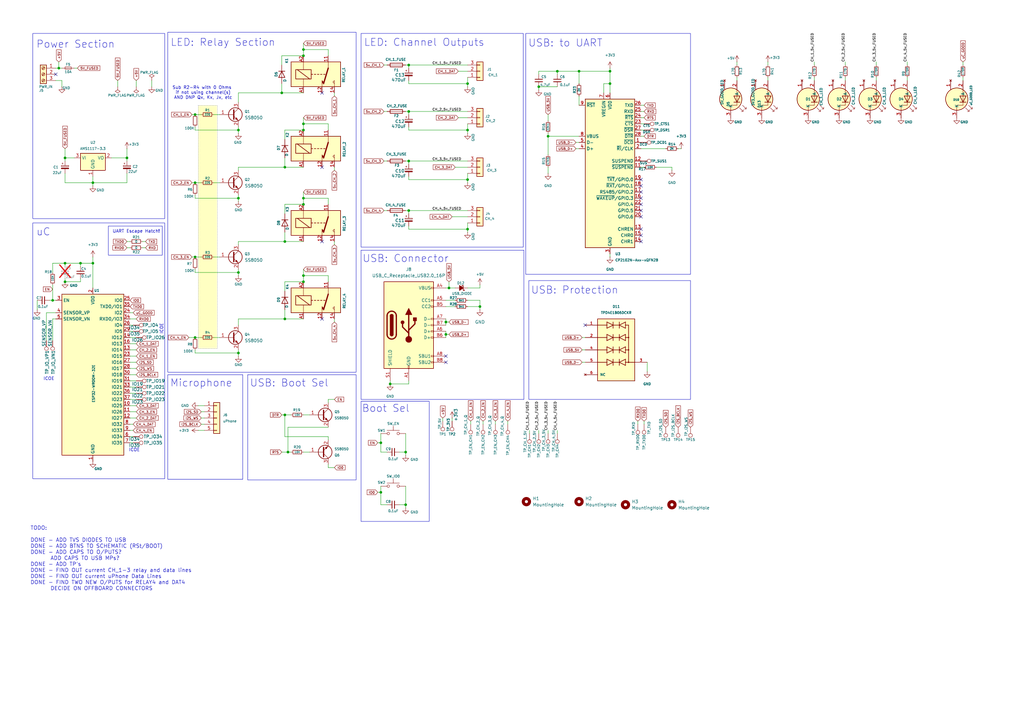
<source format=kicad_sch>
(kicad_sch (version 20250114) (generator "eeschema") (generator_version "9.0")
  (paper "A3")
  (rectangle (start 148.082 13.716) (end 214.63 101.346))
  (rectangle (start 148.082 164.592) (end 176.022 213.868))
  (rectangle (start 148.082 102.616) (end 214.884 163.83))
  (rectangle (start 81.28 43.18) (end 89.154 143.002) (stroke (width 0) (type dot)) (fill (type color) (color 255 255 194 1)))
  (rectangle (start 13.462 91.44) (end 67.564 196.342))
  (rectangle (start 68.834 153.67) (end 99.568 196.596))
  (rectangle (start 13.462 13.716) (end 67.564 89.662))
  (rectangle (start 68.834 13.208) (end 146.05 152.654))
  (rectangle (start 44.45 92.71) (end 66.548 104.648))
  (rectangle (start 215.646 13.716) (end 283.21 112.522))
  (rectangle (start 101.6 153.67) (end 146.05 196.85))
  (rectangle (start 216.916 115.062) (end 283.21 163.83))
  (text "USB: Protection" (at 235.712 119.126 0) (effects (font (size 3 3))))
  (text "ICOE" (at 20.066 155.448 0) (effects (font (size 1.27 1.27))))
  (text "USB: Connector" (at 166.37 106.172 0) (effects (font (size 3 3))))
  (text "Sub R2-R4 with 0 Ohms \nif not using channel(s)\nAND DNP Qx, Kx, Jx, etc" (at 83.312 38.1 0) (effects (font (size 1.27 1.27))))
  (text "Boot Sel" (at 158.242 167.64 0) (effects (font (size 3 3))))
  (text "Power Section" (at 30.988 18.288 0) (effects (font (size 3 3))))
  (text "UART Escape Hatch!" (at 55.88 94.996 0) (effects (font (size 1.27 1.27))))
  (text "Microphone" (at 82.55 157.226 0) (effects (font (size 3 3))))
  (text "ICOE" (at 66.294 134.874 90) (effects (font (size 1.27 1.27))))
  (text "LED: Channel Outputs" (at 173.99 17.526 0) (effects (font (size 3 3))))
  (text "uC" (at 17.78 95.25 0) (effects (font (size 3 3))))
  (text "ICOE" (at 55.118 184.658 0) (effects (font (size 1.27 1.27))))
  (text "TODO:\n\nDONE - ADD TVS DIODES TO USB \nDONE - ADD BTNS TO SCHEMATIC (RSt/BOOT)\nDONE - ADD CAPS TO O/PUTS?\n       ADD CAPS TO USB MPs?\nDONE - ADD TP's\nDONE - FIND OUT current CH_1-3 relay and data lines\nDONE - FIND OUT current uPhone Data Lines\nDONE - FIND TWO NEW O/PUTS for RELAY4 and DAT4\n       DECIDE ON OFFBOARD CONNECTORS" (at 12.446 229.108 0) (effects (font (size 1.54 1.54)) (justify left)))
  (text "LED: Relay Section" (at 91.44 17.526 0) (effects (font (size 3 3))))
  (text "USB: to UART" (at 231.902 17.78 0) (effects (font (size 3 3))))
  (text "USB: Boot Sel" (at 118.618 157.226 0) (effects (font (size 3 3))))
  (junction (at 228.6 29.21))
  (junction (at 124.46 22.86))
  (junction (at 167.64 86.36))
  (junction (at 220.98 35.56))
  (junction (at 97.79 53.34))
  (junction (at 184.15 118.11))
  (junction (at 33.02 107.95))
  (junction (at 116.84 68.58))
  (junction (at 124.46 113.03))
  (junction (at 24.13 27.94))
  (junction (at 97.79 111.76))
  (junction (at 124.46 20.32))
  (junction (at 156.21 181.61))
  (junction (at 97.79 144.78))
  (junction (at 182.88 137.16))
  (junction (at 191.77 73.66))
  (junction (at 26.67 115.57))
  (junction (at 80.01 74.93))
  (junction (at 250.19 34.29))
  (junction (at 167.64 45.72))
  (junction (at 196.85 125.73))
  (junction (at 21.59 123.19))
  (junction (at 167.64 66.04))
  (junction (at 182.88 132.08))
  (junction (at 166.37 207.01))
  (junction (at 38.1 74.93))
  (junction (at 26.67 64.77))
  (junction (at 160.02 157.48))
  (junction (at 118.11 185.42))
  (junction (at 38.1 107.95))
  (junction (at 80.01 46.99))
  (junction (at 116.84 130.81))
  (junction (at 80.01 105.41))
  (junction (at 224.79 55.88))
  (junction (at 166.37 185.42))
  (junction (at 115.57 38.1))
  (junction (at 116.84 170.18))
  (junction (at 167.64 26.67))
  (junction (at 237.49 29.21))
  (junction (at 191.77 34.29))
  (junction (at 191.77 53.34))
  (junction (at 191.77 93.98))
  (junction (at 124.46 53.34))
  (junction (at 250.19 29.21))
  (junction (at 97.79 81.28))
  (junction (at 26.67 107.95))
  (junction (at 80.01 138.43))
  (junction (at 124.46 81.28))
  (junction (at 116.84 99.06))
  (junction (at 124.46 83.82))
  (junction (at 124.46 115.57))
  (junction (at 156.21 201.93))
  (junction (at 124.46 50.8))
  (junction (at 52.07 64.77))
  (no_connect (at 132.08 38.1))
  (no_connect (at 262.89 78.74))
  (no_connect (at 132.08 99.06))
  (no_connect (at 262.89 83.82))
  (no_connect (at 262.89 88.9))
  (no_connect (at 240.03 133.35))
  (no_connect (at 262.89 76.2))
  (no_connect (at 22.86 30.48))
  (no_connect (at 182.88 148.59))
  (no_connect (at 132.08 130.81))
  (no_connect (at 262.89 96.52))
  (no_connect (at 262.89 73.66))
  (no_connect (at 262.89 99.06))
  (no_connect (at 262.89 93.98))
  (no_connect (at 262.89 86.36))
  (no_connect (at 182.88 146.05))
  (no_connect (at 262.89 81.28))
  (no_connect (at 132.08 68.58))
  (wire (pts (xy 97.79 100.33) (xy 97.79 99.06)))
  (wire (pts (xy 182.88 137.16) (xy 182.88 135.89)))
  (wire (pts (xy 116.84 57.15) (xy 116.84 53.34)))
  (wire (pts (xy 182.88 137.16) (xy 182.88 138.43)))
  (wire (pts (xy 167.64 72.39) (xy 167.64 73.66)))
  (wire (pts (xy 21.59 107.95) (xy 21.59 111.76)))
  (wire (pts (xy 224.79 46.99) (xy 224.79 49.53)))
  (wire (pts (xy 26.67 107.95) (xy 33.02 107.95)))
  (wire (pts (xy 82.55 173.99) (xy 83.82 173.99)))
  (wire (pts (xy 314.96 31.75) (xy 314.96 33.02)))
  (wire (pts (xy 53.34 181.61) (xy 54.61 181.61)))
  (wire (pts (xy 134.62 113.03) (xy 134.62 115.57)))
  (wire (pts (xy 116.84 99.06) (xy 124.46 99.06)))
  (wire (pts (xy 87.63 105.41) (xy 90.17 105.41)))
  (wire (pts (xy 228.6 177.8) (xy 228.6 176.53)))
  (wire (pts (xy 372.11 31.75) (xy 372.11 33.02)))
  (wire (pts (xy 167.64 92.71) (xy 167.64 93.98)))
  (wire (pts (xy 237.49 29.21) (xy 250.19 29.21)))
  (wire (pts (xy 116.84 119.38) (xy 116.84 115.57)))
  (wire (pts (xy 208.28 172.72) (xy 208.28 173.99)))
  (wire (pts (xy 97.79 69.85) (xy 97.79 68.58)))
  (wire (pts (xy 26.67 114.3) (xy 26.67 115.57)))
  (wire (pts (xy 82.55 168.91) (xy 83.82 168.91)))
  (wire (pts (xy 196.85 125.73) (xy 196.85 127)))
  (wire (pts (xy 80.01 144.78) (xy 97.79 144.78)))
  (wire (pts (xy 167.64 156.21) (xy 167.64 157.48)))
  (wire (pts (xy 77.47 138.43) (xy 80.01 138.43)))
  (wire (pts (xy 187.96 48.26) (xy 191.77 48.26)))
  (wire (pts (xy 52.07 71.12) (xy 52.07 74.93)))
  (wire (pts (xy 53.34 156.21) (xy 55.88 156.21)))
  (wire (pts (xy 116.84 170.18) (xy 116.84 179.07)))
  (wire (pts (xy 166.37 26.67) (xy 167.64 26.67)))
  (wire (pts (xy 228.6 29.21) (xy 237.49 29.21)))
  (wire (pts (xy 81.28 166.37) (xy 83.82 166.37)))
  (wire (pts (xy 250.19 27.94) (xy 250.19 29.21)))
  (wire (pts (xy 137.16 130.81) (xy 137.16 132.08)))
  (wire (pts (xy 262.89 43.18) (xy 264.16 43.18)))
  (wire (pts (xy 53.34 146.05) (xy 55.88 146.05)))
  (wire (pts (xy 80.01 138.43) (xy 82.55 138.43)))
  (wire (pts (xy 25.4 33.02) (xy 25.4 35.56)))
  (wire (pts (xy 250.19 34.29) (xy 250.19 38.1)))
  (wire (pts (xy 38.1 72.39) (xy 38.1 74.93)))
  (wire (pts (xy 191.77 50.8) (xy 191.77 53.34)))
  (wire (pts (xy 116.84 64.77) (xy 116.84 68.58)))
  (wire (pts (xy 228.6 30.48) (xy 228.6 29.21)))
  (wire (pts (xy 30.48 27.94) (xy 31.75 27.94)))
  (wire (pts (xy 33.02 107.95) (xy 38.1 107.95)))
  (wire (pts (xy 97.79 146.05) (xy 97.79 144.78)))
  (wire (pts (xy 359.41 25.4) (xy 359.41 26.67)))
  (wire (pts (xy 116.84 68.58) (xy 124.46 68.58)))
  (wire (pts (xy 198.12 172.72) (xy 198.12 173.99)))
  (wire (pts (xy 21.59 116.84) (xy 21.59 123.19)))
  (wire (pts (xy 185.42 88.9) (xy 191.77 88.9)))
  (wire (pts (xy 224.79 55.88) (xy 237.49 55.88)))
  (wire (pts (xy 97.79 110.49) (xy 97.79 111.76)))
  (wire (pts (xy 134.62 165.1) (xy 134.62 163.83)))
  (wire (pts (xy 167.64 66.04) (xy 167.64 67.31)))
  (wire (pts (xy 22.86 33.02) (xy 25.4 33.02)))
  (wire (pts (xy 38.1 107.95) (xy 38.1 118.11)))
  (wire (pts (xy 247.65 34.29) (xy 250.19 34.29)))
  (wire (pts (xy 224.79 68.58) (xy 224.79 71.12)))
  (wire (pts (xy 53.34 168.91) (xy 55.88 168.91)))
  (wire (pts (xy 53.34 153.67) (xy 55.88 153.67)))
  (wire (pts (xy 156.21 207.01) (xy 156.21 201.93)))
  (wire (pts (xy 97.79 113.03) (xy 97.79 111.76)))
  (wire (pts (xy 191.77 118.11) (xy 196.85 118.11)))
  (wire (pts (xy 154.94 201.93) (xy 156.21 201.93)))
  (wire (pts (xy 191.77 93.98) (xy 191.77 95.25)))
  (wire (pts (xy 238.76 138.43) (xy 240.03 138.43)))
  (wire (pts (xy 124.46 110.49) (xy 124.46 113.03)))
  (wire (pts (xy 53.34 143.51) (xy 55.88 143.51)))
  (wire (pts (xy 166.37 208.28) (xy 166.37 207.01)))
  (wire (pts (xy 250.19 104.14) (xy 250.19 105.41)))
  (wire (pts (xy 53.34 128.27) (xy 54.61 128.27)))
  (wire (pts (xy 15.24 123.19) (xy 15.24 127)))
  (wire (pts (xy 167.64 26.67) (xy 191.77 26.67)))
  (wire (pts (xy 191.77 71.12) (xy 191.77 73.66)))
  (wire (pts (xy 166.37 45.72) (xy 167.64 45.72)))
  (wire (pts (xy 26.67 109.22) (xy 26.67 107.95)))
  (wire (pts (xy 53.34 161.29) (xy 55.88 161.29)))
  (wire (pts (xy 191.77 91.44) (xy 191.77 93.98)))
  (wire (pts (xy 45.72 64.77) (xy 52.07 64.77)))
  (wire (pts (xy 184.15 132.08) (xy 182.88 132.08)))
  (wire (pts (xy 262.89 53.34) (xy 264.16 53.34)))
  (wire (pts (xy 52.07 101.6) (xy 53.34 101.6)))
  (wire (pts (xy 97.79 80.01) (xy 97.79 81.28)))
  (wire (pts (xy 62.23 33.02) (xy 62.23 35.56)))
  (wire (pts (xy 81.28 176.53) (xy 83.82 176.53)))
  (wire (pts (xy 124.46 170.18) (xy 127 170.18)))
  (wire (pts (xy 116.84 130.81) (xy 124.46 130.81)))
  (wire (pts (xy 191.77 73.66) (xy 191.77 74.93)))
  (wire (pts (xy 134.62 190.5) (xy 134.62 191.77)))
  (wire (pts (xy 158.75 185.42) (xy 156.21 185.42)))
  (wire (pts (xy 80.01 80.01) (xy 80.01 81.28)))
  (wire (pts (xy 264.16 172.72) (xy 264.16 173.99)))
  (wire (pts (xy 137.16 99.06) (xy 137.16 100.33)))
  (wire (pts (xy 25.4 27.94) (xy 24.13 27.94)))
  (wire (pts (xy 269.24 68.58) (xy 275.59 68.58)))
  (wire (pts (xy 167.64 45.72) (xy 167.64 46.99)))
  (wire (pts (xy 237.49 43.18) (xy 237.49 39.37)))
  (wire (pts (xy 160.02 156.21) (xy 160.02 157.48)))
  (wire (pts (xy 182.88 125.73) (xy 186.69 125.73)))
  (wire (pts (xy 124.46 20.32) (xy 124.46 22.86)))
  (wire (pts (xy 115.57 34.29) (xy 115.57 38.1)))
  (wire (pts (xy 134.62 20.32) (xy 124.46 20.32)))
  (wire (pts (xy 166.37 86.36) (xy 167.64 86.36)))
  (wire (pts (xy 238.76 148.59) (xy 240.03 148.59)))
  (wire (pts (xy 302.26 31.75) (xy 302.26 33.02)))
  (wire (pts (xy 124.46 81.28) (xy 134.62 81.28)))
  (wire (pts (xy 191.77 31.75) (xy 191.77 34.29)))
  (wire (pts (xy 220.98 35.56) (xy 228.6 35.56)))
  (wire (pts (xy 97.79 144.78) (xy 97.79 143.51)))
  (wire (pts (xy 21.59 107.95) (xy 26.67 107.95)))
  (wire (pts (xy 134.62 191.77) (xy 137.16 191.77)))
  (wire (pts (xy 22.86 130.81) (xy 21.59 130.81)))
  (wire (pts (xy 167.64 45.72) (xy 191.77 45.72)))
  (wire (pts (xy 250.19 29.21) (xy 250.19 34.29)))
  (wire (pts (xy 22.86 128.27) (xy 19.05 128.27)))
  (wire (pts (xy 53.34 171.45) (xy 55.88 171.45)))
  (wire (pts (xy 80.01 110.49) (xy 80.01 111.76)))
  (wire (pts (xy 53.34 148.59) (xy 55.88 148.59)))
  (wire (pts (xy 167.64 52.07) (xy 167.64 53.34)))
  (wire (pts (xy 58.42 101.6) (xy 59.69 101.6)))
  (wire (pts (xy 116.84 127) (xy 116.84 130.81)))
  (wire (pts (xy 394.97 25.4) (xy 394.97 26.67)))
  (wire (pts (xy 52.07 99.06) (xy 53.34 99.06)))
  (wire (pts (xy 78.74 105.41) (xy 80.01 105.41)))
  (wire (pts (xy 80.01 144.78) (xy 80.01 143.51)))
  (wire (pts (xy 97.79 41.91) (xy 97.79 38.1)))
  (wire (pts (xy 275.59 68.58) (xy 275.59 69.85)))
  (wire (pts (xy 80.01 81.28) (xy 97.79 81.28)))
  (wire (pts (xy 97.79 99.06) (xy 116.84 99.06)))
  (wire (pts (xy 134.62 81.28) (xy 134.62 83.82)))
  (wire (pts (xy 262.89 48.26) (xy 264.16 48.26)))
  (wire (pts (xy 55.88 33.02) (xy 55.88 35.56)))
  (wire (pts (xy 124.46 50.8) (xy 124.46 53.34)))
  (wire (pts (xy 80.01 111.76) (xy 97.79 111.76)))
  (wire (pts (xy 124.46 48.26) (xy 124.46 50.8)))
  (wire (pts (xy 193.04 172.72) (xy 193.04 173.99)))
  (wire (pts (xy 116.84 170.18) (xy 119.38 170.18)))
  (wire (pts (xy 247.65 34.29) (xy 247.65 38.1)))
  (wire (pts (xy 118.11 175.26) (xy 118.11 185.42)))
  (wire (pts (xy 53.34 135.89) (xy 54.61 135.89)))
  (wire (pts (xy 118.11 185.42) (xy 119.38 185.42)))
  (wire (pts (xy 167.64 93.98) (xy 191.77 93.98)))
  (wire (pts (xy 87.63 46.99) (xy 90.17 46.99)))
  (wire (pts (xy 21.59 123.19) (xy 22.86 123.19)))
  (wire (pts (xy 124.46 113.03) (xy 134.62 113.03)))
  (wire (pts (xy 53.34 130.81) (xy 55.88 130.81)))
  (wire (pts (xy 184.15 115.57) (xy 184.15 118.11)))
  (wire (pts (xy 115.57 26.67) (xy 115.57 22.86)))
  (wire (pts (xy 97.79 52.07) (xy 97.79 53.34)))
  (wire (pts (xy 314.96 25.4) (xy 314.96 26.67)))
  (wire (pts (xy 58.42 99.06) (xy 59.69 99.06)))
  (wire (pts (xy 191.77 125.73) (xy 196.85 125.73)))
  (wire (pts (xy 53.34 173.99) (xy 54.61 173.99)))
  (wire (pts (xy 53.34 158.75) (xy 55.88 158.75)))
  (wire (pts (xy 156.21 177.8) (xy 156.21 181.61)))
  (wire (pts (xy 359.41 31.75) (xy 359.41 33.02)))
  (wire (pts (xy 182.88 118.11) (xy 184.15 118.11)))
  (wire (pts (xy 163.83 207.01) (xy 166.37 207.01)))
  (wire (pts (xy 53.34 176.53) (xy 54.61 176.53)))
  (wire (pts (xy 33.02 114.3) (xy 33.02 115.57)))
  (wire (pts (xy 167.64 73.66) (xy 191.77 73.66)))
  (wire (pts (xy 346.71 31.75) (xy 346.71 33.02)))
  (wire (pts (xy 22.86 27.94) (xy 24.13 27.94)))
  (wire (pts (xy 157.48 45.72) (xy 158.75 45.72)))
  (wire (pts (xy 53.34 140.97) (xy 55.88 140.97)))
  (wire (pts (xy 19.05 128.27) (xy 19.05 139.7)))
  (wire (pts (xy 26.67 71.12) (xy 26.67 74.93)))
  (wire (pts (xy 26.67 74.93) (xy 38.1 74.93)))
  (wire (pts (xy 220.98 176.53) (xy 220.98 177.8)))
  (wire (pts (xy 181.61 171.45) (xy 181.61 172.72)))
  (wire (pts (xy 182.88 132.08) (xy 182.88 130.81)))
  (wire (pts (xy 116.84 179.07) (xy 134.62 179.07)))
  (wire (pts (xy 262.89 45.72) (xy 264.16 45.72)))
  (wire (pts (xy 21.59 130.81) (xy 21.59 139.7)))
  (wire (pts (xy 134.62 179.07) (xy 134.62 180.34)))
  (wire (pts (xy 167.64 86.36) (xy 191.77 86.36)))
  (wire (pts (xy 38.1 105.41) (xy 38.1 107.95)))
  (wire (pts (xy 184.15 137.16) (xy 182.88 137.16)))
  (wire (pts (xy 156.21 185.42) (xy 156.21 181.61)))
  (wire (pts (xy 53.34 138.43) (xy 55.88 138.43)))
  (wire (pts (xy 157.48 26.67) (xy 158.75 26.67)))
  (wire (pts (xy 196.85 118.11) (xy 196.85 116.84)))
  (wire (pts (xy 80.01 53.34) (xy 97.79 53.34)))
  (wire (pts (xy 30.48 64.77) (xy 26.67 64.77)))
  (wire (pts (xy 80.01 52.07) (xy 80.01 53.34)))
  (wire (pts (xy 97.79 133.35) (xy 97.79 130.81)))
  (wire (pts (xy 157.48 86.36) (xy 158.75 86.36)))
  (wire (pts (xy 53.34 166.37) (xy 55.88 166.37)))
  (wire (pts (xy 185.42 171.45) (xy 185.42 172.72)))
  (wire (pts (xy 220.98 35.56) (xy 220.98 36.83)))
  (wire (pts (xy 82.55 171.45) (xy 83.82 171.45)))
  (wire (pts (xy 237.49 29.21) (xy 237.49 34.29)))
  (wire (pts (xy 191.77 123.19) (xy 196.85 123.19)))
  (wire (pts (xy 346.71 25.4) (xy 346.71 26.67)))
  (wire (pts (xy 115.57 185.42) (xy 118.11 185.42)))
  (wire (pts (xy 166.37 199.39) (xy 166.37 207.01)))
  (wire (pts (xy 78.74 46.99) (xy 80.01 46.99)))
  (wire (pts (xy 236.22 60.96) (xy 237.49 60.96)))
  (wire (pts (xy 191.77 53.34) (xy 191.77 54.61)))
  (wire (pts (xy 53.34 179.07) (xy 54.61 179.07)))
  (wire (pts (xy 154.94 181.61) (xy 156.21 181.61)))
  (wire (pts (xy 262.89 55.88) (xy 264.16 55.88)))
  (wire (pts (xy 52.07 64.77) (xy 52.07 66.04)))
  (wire (pts (xy 124.46 50.8) (xy 134.62 50.8)))
  (wire (pts (xy 53.34 151.13) (xy 55.88 151.13)))
  (wire (pts (xy 166.37 66.04) (xy 167.64 66.04)))
  (wire (pts (xy 26.67 115.57) (xy 33.02 115.57)))
  (wire (pts (xy 48.26 33.02) (xy 48.26 35.56)))
  (wire (pts (xy 97.79 68.58) (xy 116.84 68.58)))
  (wire (pts (xy 24.13 25.4) (xy 24.13 27.94)))
  (wire (pts (xy 394.97 31.75) (xy 394.97 33.02)))
  (wire (pts (xy 53.34 133.35) (xy 54.61 133.35)))
  (wire (pts (xy 20.32 123.19) (xy 21.59 123.19)))
  (wire (pts (xy 278.13 60.96) (xy 279.4 60.96)))
  (wire (pts (xy 224.79 55.88) (xy 224.79 54.61)))
  (wire (pts (xy 158.75 207.01) (xy 156.21 207.01)))
  (wire (pts (xy 167.64 157.48) (xy 160.02 157.48)))
  (wire (pts (xy 124.46 81.28) (xy 124.46 83.82)))
  (wire (pts (xy 80.01 46.99) (xy 82.55 46.99)))
  (wire (pts (xy 116.84 83.82) (xy 124.46 83.82)))
  (wire (pts (xy 261.62 172.72) (xy 261.62 173.99)))
  (wire (pts (xy 26.67 60.96) (xy 26.67 64.77)))
  (wire (pts (xy 334.01 31.75) (xy 334.01 33.02)))
  (wire (pts (xy 156.21 199.39) (xy 156.21 201.93)))
  (wire (pts (xy 238.76 143.51) (xy 240.03 143.51)))
  (wire (pts (xy 220.98 29.21) (xy 228.6 29.21)))
  (wire (pts (xy 134.62 53.34) (xy 134.62 50.8)))
  (wire (pts (xy 372.11 25.4) (xy 372.11 26.67)))
  (wire (pts (xy 184.15 118.11) (xy 186.69 118.11)))
  (wire (pts (xy 137.16 38.1) (xy 137.16 39.37)))
  (wire (pts (xy 167.64 34.29) (xy 167.64 33.02)))
  (wire (pts (xy 52.07 60.96) (xy 52.07 64.77)))
  (wire (pts (xy 134.62 163.83) (xy 137.16 163.83)))
  (wire (pts (xy 116.84 53.34) (xy 124.46 53.34)))
  (wire (pts (xy 167.64 26.67) (xy 167.64 27.94)))
  (wire (pts (xy 157.48 66.04) (xy 158.75 66.04)))
  (wire (pts (xy 262.89 50.8) (xy 264.16 50.8)))
  (wire (pts (xy 137.16 68.58) (xy 137.16 69.85)))
  (wire (pts (xy 80.01 74.93) (xy 82.55 74.93)))
  (wire (pts (xy 115.57 170.18) (xy 116.84 170.18)))
  (wire (pts (xy 116.84 95.25) (xy 116.84 99.06)))
  (wire (pts (xy 134.62 22.86) (xy 134.62 20.32)))
  (wire (pts (xy 186.69 68.58) (xy 191.77 68.58)))
  (wire (pts (xy 26.67 64.77) (xy 26.67 66.04)))
  (wire (pts (xy 220.98 30.48) (xy 220.98 29.21)))
  (wire (pts (xy 191.77 34.29) (xy 191.77 35.56)))
  (wire (pts (xy 38.1 74.93) (xy 38.1 76.2)))
  (wire (pts (xy 124.46 78.74) (xy 124.46 81.28)))
  (wire (pts (xy 166.37 177.8) (xy 166.37 185.42)))
  (wire (pts (xy 52.07 74.93) (xy 38.1 74.93)))
  (wire (pts (xy 116.84 87.63) (xy 116.84 83.82)))
  (wire (pts (xy 97.79 38.1) (xy 115.57 38.1)))
  (wire (pts (xy 262.89 68.58) (xy 264.16 68.58)))
  (wire (pts (xy 87.63 74.93) (xy 90.17 74.93)))
  (wire (pts (xy 167.64 86.36) (xy 167.64 87.63)))
  (wire (pts (xy 124.46 113.03) (xy 124.46 115.57)))
  (wire (pts (xy 97.79 130.81) (xy 116.84 130.81)))
  (wire (pts (xy 224.79 55.88) (xy 224.79 63.5)))
  (wire (pts (xy 97.79 54.61) (xy 97.79 53.34)))
  (wire (pts (xy 302.26 25.4) (xy 302.26 26.67)))
  (wire (pts (xy 167.64 66.04) (xy 191.77 66.04)))
  (wire (pts (xy 182.88 123.19) (xy 186.69 123.19)))
  (wire (pts (xy 33.02 107.95) (xy 33.02 109.22)))
  (wire (pts (xy 203.2 172.72) (xy 203.2 173.99)))
  (wire (pts (xy 262.89 60.96) (xy 273.05 60.96)))
  (wire (pts (xy 115.57 22.86) (xy 124.46 22.86)))
  (wire (pts (xy 80.01 105.41) (xy 82.55 105.41)))
  (wire (pts (xy 53.34 163.83) (xy 55.88 163.83)))
  (wire (pts (xy 97.79 82.55) (xy 97.79 81.28)))
  (wire (pts (xy 167.64 34.29) (xy 191.77 34.29)))
  (wire (pts (xy 163.83 185.42) (xy 166.37 185.42)))
  (wire (pts (xy 334.01 25.4) (xy 334.01 26.67)))
  (wire (pts (xy 182.88 132.08) (xy 182.88 133.35)))
  (wire (pts (xy 217.17 176.53) (xy 217.17 177.8)))
  (wire (pts (xy 124.46 185.42) (xy 127 185.42)))
  (wire (pts (xy 265.43 148.59) (xy 265.43 152.4)))
  (wire (pts (xy 187.96 29.21) (xy 191.77 29.21)))
  (wire (pts (xy 124.46 17.78) (xy 124.46 20.32)))
  (wire (pts (xy 134.62 175.26) (xy 118.11 175.26)))
  (wire (pts (xy 196.85 123.19) (xy 196.85 125.73)))
  (wire (pts (xy 224.79 176.53) (xy 224.79 177.8)))
  (wire (pts (xy 115.57 38.1) (xy 124.46 38.1)))
  (wire (pts (xy 87.63 138.43) (xy 90.17 138.43)))
  (wire (pts (xy 167.64 53.34) (xy 191.77 53.34)))
  (wire (pts (xy 116.84 115.57) (xy 124.46 115.57)))
  (wire (pts (xy 166.37 185.42) (xy 166.37 186.69)))
  (wire (pts (xy 236.22 58.42) (xy 237.49 58.42)))
  (wire (pts (xy 78.74 74.93) (xy 80.01 74.93)))
  (label "CH_3_5v_FUSED" (at 189.23 66.04 180) (effects (font (size 1 1))))
  (label "CH_4_5v_FUSED" (at 228.6 176.53 90) (effects (font (size 1 1))))
  (label "CH_3_5v_FUSED" (at 224.79 176.53 90) (effects (font (size 1 1))))
  (label "CH_2_5v_FUSED" (at 220.98 176.53 90) (effects (font (size 1 1))))
  (label "CH_2_5v_FUSED" (at 346.71 25.4 90) (effects (font (size 1 1))))
  (label "CH_3_5v_FUSED" (at 359.41 25.4 90) (effects (font (size 1 1))))
  (label "CH_2_5v_FUSED" (at 189.23 45.72 180) (effects (font (size 1 1))))
  (label "CH_4_5v_FUSED" (at 189.23 86.36 180) (effects (font (size 1 1))))
  (label "CH_1_5v_FUSED" (at 217.17 176.53 90) (effects (font (size 1 1))))
  (label "CH_4_5v_FUSED" (at 372.11 25.4 90) (effects (font (size 1 1))))
  (label "CH_1_5v_FUSED" (at 334.01 25.4 90) (effects (font (size 1 1))))
  (label "CH_1_5v_FUSED" (at 189.23 26.67 180) (effects (font (size 1 1))))
  (global_label "I2S_SD" (shape input) (at 55.88 148.59 0) (effects (font (size 1 1))) (property "Intersheetrefs" "${INTERSHEET_REFS}" (effects (hide yes))))
  (global_label "+5V" (shape input) (at 55.88 33.02 90) (effects (font (size 1 1))) (property "Intersheetrefs" "${INTERSHEET_REFS}" (effects (hide yes))))
  (global_label "CH_3_DAT" (shape input) (at 55.88 166.37 0) (effects (font (size 1 1))) (property "Intersheetrefs" "${INTERSHEET_REFS}" (effects (hide yes))))
  (global_label "CH_1_DAT" (shape input) (at 187.96 29.21 180) (effects (font (size 1 1))) (property "Intersheetrefs" "${INTERSHEET_REFS}" (effects (hide yes))))
  (global_label "USB_D-" (shape input) (at 236.22 58.42 180) (effects (font (size 1 1))) (property "Intersheetrefs" "${INTERSHEET_REFS}" (effects (hide yes))))
  (global_label "USB_D-" (shape input) (at 184.15 132.08 0) (effects (font (size 1 1))) (property "Intersheetrefs" "${INTERSHEET_REFS}" (effects (hide yes))))
  (global_label "USB_D+" (shape input) (at 236.22 60.96 180) (effects (font (size 1 1))) (property "Intersheetrefs" "${INTERSHEET_REFS}" (effects (hide yes))))
  (global_label "EN" (shape input) (at 21.59 118.618 180) (effects (font (size 1 1))) (property "Intersheetrefs" "${INTERSHEET_REFS}" (effects (hide yes))))
  (global_label "RTS" (shape input) (at 264.16 48.26 0) (effects (font (size 1 1))) (property "Intersheetrefs" "${INTERSHEET_REFS}" (effects (hide yes))))
  (global_label "5v_CH_3" (shape input) (at 157.48 66.04 180) (effects (font (size 1 1))) (property "Intersheetrefs" "${INTERSHEET_REFS}" (effects (hide yes))))
  (global_label "I2S_BCLK" (shape input) (at 55.88 153.67 0) (effects (font (size 1 1))) (property "Intersheetrefs" "${INTERSHEET_REFS}" (effects (hide yes))))
  (global_label "5V_FUSED" (shape input) (at 124.46 48.26 0) (effects (font (size 1 1))) (property "Intersheetrefs" "${INTERSHEET_REFS}" (effects (hide yes))))
  (global_label "I2S_WS" (shape input) (at 283.21 175.26 90) (effects (font (size 1 1))) (property "Intersheetrefs" "${INTERSHEET_REFS}" (effects (hide yes))))
  (global_label "TXD0" (shape input) (at 264.16 172.72 90) (effects (font (size 1 1))) (property "Intersheetrefs" "${INTERSHEET_REFS}" (effects (hide yes))))
  (global_label "DTR" (shape input) (at 264.16 55.88 0) (effects (font (size 1 1))) (property "Intersheetrefs" "${INTERSHEET_REFS}" (effects (hide yes))))
  (global_label "5v_CH_1" (shape input) (at 157.48 26.67 180) (effects (font (size 1 1))) (property "Intersheetrefs" "${INTERSHEET_REFS}" (effects (hide yes))))
  (global_label "RTS" (shape input) (at 115.57 185.42 180) (effects (font (size 1 1))) (property "Intersheetrefs" "${INTERSHEET_REFS}" (effects (hide yes))))
  (global_label "I2S_BCLK" (shape input) (at 82.55 173.99 180) (effects (font (size 1 1))) (property "Intersheetrefs" "${INTERSHEET_REFS}" (effects (hide yes))))
  (global_label "CH_1_EN" (shape input) (at 78.74 46.99 180) (effects (font (size 1 1))) (property "Intersheetrefs" "${INTERSHEET_REFS}" (effects (hide yes))))
  (global_label "DTR" (shape input) (at 115.57 170.18 180) (effects (font (size 1 1))) (property "Intersheetrefs" "${INTERSHEET_REFS}" (effects (hide yes))))
  (global_label "RXD0" (shape input) (at 52.07 101.6 180) (effects (font (size 1 1))) (property "Intersheetrefs" "${INTERSHEET_REFS}" (effects (hide yes))))
  (global_label "uC_GOOD" (shape input) (at 54.61 128.27 0) (effects (font (size 1 1))) (property "Intersheetrefs" "${INTERSHEET_REFS}" (effects (hide yes))))
  (global_label "5V_FUSED" (shape input) (at 124.46 110.49 0) (effects (font (size 1 1))) (property "Intersheetrefs" "${INTERSHEET_REFS}" (effects (hide yes))))
  (global_label "IO0" (shape input) (at 53.34 123.19 0) (effects (font (size 1 1))) (property "Intersheetrefs" "${INTERSHEET_REFS}" (effects (hide yes))))
  (global_label "TXD" (shape input) (at 264.16 43.18 0) (effects (font (size 1 1))) (property "Intersheetrefs" "${INTERSHEET_REFS}" (effects (hide yes))))
  (global_label "RXD" (shape input) (at 59.69 101.6 0) (effects (font (size 1 1))) (property "Intersheetrefs" "${INTERSHEET_REFS}" (effects (hide yes))))
  (global_label "TXD0" (shape input) (at 52.07 99.06 180) (effects (font (size 1 1))) (property "Intersheetrefs" "${INTERSHEET_REFS}" (effects (hide yes))))
  (global_label "5v_CH_2" (shape input) (at 137.16 69.85 270) (effects (font (size 1 1))) (property "Intersheetrefs" "${INTERSHEET_REFS}" (effects (hide yes))))
  (global_label "CH_2_DAT" (shape input) (at 187.96 48.26 180) (effects (font (size 1 1))) (property "Intersheetrefs" "${INTERSHEET_REFS}" (effects (hide yes))))
  (global_label "IO0" (shape input) (at 137.16 191.77 0) (effects (font (size 1 1))) (property "Intersheetrefs" "${INTERSHEET_REFS}" (effects (hide yes))))
  (global_label "CH_2_EN" (shape input) (at 78.74 74.93 180) (effects (font (size 1 1))) (property "Intersheetrefs" "${INTERSHEET_REFS}" (effects (hide yes))))
  (global_label "CH_4_DAT" (shape input) (at 185.42 88.9 180) (effects (font (size 1 1))) (property "Intersheetrefs" "${INTERSHEET_REFS}" (effects (hide yes))))
  (global_label "CH_2_EN" (shape input) (at 55.88 143.51 0) (effects (font (size 1 1))) (property "Intersheetrefs" "${INTERSHEET_REFS}" (effects (hide yes))))
  (global_label "5V_FUSED" (shape input) (at 48.26 33.02 90) (effects (font (size 1 1))) (property "Intersheetrefs" "${INTERSHEET_REFS}" (effects (hide yes))))
  (global_label "5v_CH_4" (shape input) (at 137.16 132.08 270) (effects (font (size 1 1))) (property "Intersheetrefs" "${INTERSHEET_REFS}" (effects (hide yes))))
  (global_label "IO0" (shape input) (at 154.94 201.93 180) (effects (font (size 1 1))) (property "Intersheetrefs" "${INTERSHEET_REFS}" (effects (hide yes))))
  (global_label "CH_1_DAT" (shape input) (at 55.88 140.97 0) (effects (font (size 1 1))) (property "Intersheetrefs" "${INTERSHEET_REFS}" (effects (hide yes))))
  (global_label "+5V" (shape input) (at 181.61 171.45 90) (effects (font (size 1 1))) (property "Intersheetrefs" "${INTERSHEET_REFS}" (effects (hide yes))))
  (global_label "TXD0" (shape input) (at 53.34 125.73 0) (effects (font (size 1 1))) (property "Intersheetrefs" "${INTERSHEET_REFS}" (effects (hide yes))))
  (global_label "EN" (shape input) (at 154.94 181.61 180) (effects (font (size 1 1))) (property "Intersheetrefs" "${INTERSHEET_REFS}" (effects (hide yes))))
  (global_label "I2S_SD" (shape input) (at 82.55 168.91 180) (effects (font (size 1 1))) (property "Intersheetrefs" "${INTERSHEET_REFS}" (effects (hide yes))))
  (global_label "CH_4_DAT" (shape input) (at 54.61 173.99 0) (effects (font (size 1 1))) (property "Intersheetrefs" "${INTERSHEET_REFS}" (effects (hide yes))))
  (global_label "5v_CH_3" (shape input) (at 137.16 100.33 270) (effects (font (size 1 1))) (property "Intersheetrefs" "${INTERSHEET_REFS}" (effects (hide yes))))
  (global_label "CH_3_EN" (shape input) (at 203.2 172.72 90) (effects (font (size 1 1))) (property "Intersheetrefs" "${INTERSHEET_REFS}" (effects (hide yes))))
  (global_label "5v_CH_4" (shape input) (at 157.48 86.36 180) (effects (font (size 1 1))) (property "Intersheetrefs" "${INTERSHEET_REFS}" (effects (hide yes))))
  (global_label "CH_4_EN" (shape input) (at 54.61 176.53 0) (effects (font (size 1 1))) (property "Intersheetrefs" "${INTERSHEET_REFS}" (effects (hide yes))))
  (global_label "RXD0" (shape input) (at 55.88 130.81 0) (effects (font (size 1 1))) (property "Intersheetrefs" "${INTERSHEET_REFS}" (effects (hide yes))))
  (global_label "USB_D-" (shape input) (at 238.76 148.59 180) (effects (font (size 1 1))) (property "Intersheetrefs" "${INTERSHEET_REFS}" (effects (hide yes))))
  (global_label "5v_CH_1" (shape input) (at 137.16 39.37 270) (effects (font (size 1 1))) (property "Intersheetrefs" "${INTERSHEET_REFS}" (effects (hide yes))))
  (global_label "5V_FUSED" (shape input) (at 124.46 78.74 0) (effects (font (size 1 1))) (property "Intersheetrefs" "${INTERSHEET_REFS}" (effects (hide yes))))
  (global_label "I2S_WS" (shape input) (at 82.55 171.45 180) (effects (font (size 1 1))) (property "Intersheetrefs" "${INTERSHEET_REFS}" (effects (hide yes))))
  (global_label "CH_3_EN" (shape input) (at 55.88 168.91 0) (effects (font (size 1 1))) (property "Intersheetrefs" "${INTERSHEET_REFS}" (effects (hide yes))))
  (global_label "5v_CH_2" (shape input) (at 157.48 45.72 180) (effects (font (size 1 1))) (property "Intersheetrefs" "${INTERSHEET_REFS}" (effects (hide yes))))
  (global_label "I2S_WS" (shape input) (at 55.88 151.13 0) (effects (font (size 1 1))) (property "Intersheetrefs" "${INTERSHEET_REFS}" (effects (hide yes))))
  (global_label "I2S_SD" (shape input) (at 273.05 175.26 90) (effects (font (size 1 1))) (property "Intersheetrefs" "${INTERSHEET_REFS}" (effects (hide yes))))
  (global_label "CH_1_EN" (shape input) (at 193.04 172.72 90) (effects (font (size 1 1))) (property "Intersheetrefs" "${INTERSHEET_REFS}" (effects (hide yes))))
  (global_label "CH_1_EN" (shape input) (at 55.88 146.05 0) (effects (font (size 1 1))) (property "Intersheetrefs" "${INTERSHEET_REFS}" (effects (hide yes))))
  (global_label "RXD0" (shape input) (at 261.62 172.72 90) (effects (font (size 1 1))) (property "Intersheetrefs" "${INTERSHEET_REFS}" (effects (hide yes))))
  (global_label "+5V" (shape input) (at 24.13 25.4 90) (effects (font (size 1 1))) (property "Intersheetrefs" "${INTERSHEET_REFS}" (effects (hide yes))))
  (global_label "USB_D+" (shape input) (at 184.15 137.16 0) (effects (font (size 1 1))) (property "Intersheetrefs" "${INTERSHEET_REFS}" (effects (hide yes))))
  (global_label "CH_3_DAT" (shape input) (at 186.69 68.58 180) (effects (font (size 1 1))) (property "Intersheetrefs" "${INTERSHEET_REFS}" (effects (hide yes))))
  (global_label "CH_2_EN" (shape input) (at 198.12 172.72 90) (effects (font (size 1 1))) (property "Intersheetrefs" "${INTERSHEET_REFS}" (effects (hide yes))))
  (global_label "USB_D+" (shape input) (at 238.76 138.43 180) (effects (font (size 1 1))) (property "Intersheetrefs" "${INTERSHEET_REFS}" (effects (hide yes))))
  (global_label "USB_5V" (shape input) (at 184.15 115.57 90) (effects (font (size 1 1))) (property "Intersheetrefs" "${INTERSHEET_REFS}" (effects (hide yes))))
  (global_label "TXD" (shape input) (at 59.69 99.06 0) (effects (font (size 1 1))) (property "Intersheetrefs" "${INTERSHEET_REFS}" (effects (hide yes))))
  (global_label "5V_FUSED" (shape input) (at 124.46 17.78 0) (effects (font (size 1 1))) (property "Intersheetrefs" "${INTERSHEET_REFS}" (effects (hide yes))))
  (global_label "5V_FUSED" (shape input) (at 31.75 27.94 0) (effects (font (size 1 1))) (property "Intersheetrefs" "${INTERSHEET_REFS}" (effects (hide yes))))
  (global_label "uC_GOOD" (shape input) (at 394.97 25.4 90) (effects (font (size 1 1))) (property "Intersheetrefs" "${INTERSHEET_REFS}" (effects (hide yes))))
  (global_label "I2S_BCLK" (shape input) (at 278.13 175.26 90) (effects (font (size 1 1))) (property "Intersheetrefs" "${INTERSHEET_REFS}" (effects (hide yes))))
  (global_label "CH_4_EN" (shape input) (at 208.28 172.72 90) (effects (font (size 1 1))) (property "Intersheetrefs" "${INTERSHEET_REFS}" (effects (hide yes))))
  (global_label "EN" (shape input) (at 137.16 163.83 0) (effects (font (size 1 1))) (property "Intersheetrefs" "${INTERSHEET_REFS}" (effects (hide yes))))
  (global_label "USB_5V" (shape input) (at 224.79 46.99 90) (effects (font (size 1 1))) (property "Intersheetrefs" "${INTERSHEET_REFS}" (effects (hide yes))))
  (global_label "CH_2_DAT" (shape input) (at 55.88 171.45 0) (effects (font (size 1 1))) (property "Intersheetrefs" "${INTERSHEET_REFS}" (effects (hide yes))))
  (global_label "USB_5V" (shape input) (at 238.76 143.51 180) (effects (font (size 1 1))) (property "Intersheetrefs" "${INTERSHEET_REFS}" (effects (hide yes))))
  (global_label "RXD" (shape input) (at 264.16 45.72 0) (effects (font (size 1 1))) (property "Intersheetrefs" "${INTERSHEET_REFS}" (effects (hide yes))))
  (global_label "CH_3_EN" (shape input) (at 78.74 105.41 180) (effects (font (size 1 1))) (property "Intersheetrefs" "${INTERSHEET_REFS}" (effects (hide yes))))
  (global_label "5V_FUSED" (shape input) (at 26.67 60.96 90) (effects (font (size 1 1))) (property "Intersheetrefs" "${INTERSHEET_REFS}" (effects (hide yes))))
  (global_label "CH_4_EN" (shape input) (at 77.47 138.43 180) (effects (font (size 1 1))) (property "Intersheetrefs" "${INTERSHEET_REFS}" (effects (hide yes))))
  (symbol (lib_id "Connector:TestPoint") (at 208.28 173.99 180) (unit 1)
    (property "Reference" "TP_EN_CH4" (at 208.28 182.626 90) (effects (font (size 1 1))))
    (property "Value" "TP_CH_4_Q" (at 205.994 174.752 90) (effects (font (size 1 1))))
    (property "Footprint" "TESTPOINT_SMD:TESTPOINT_SMD_HARWIN_EZ_BOARDWARE_3.45X1.85mm" (effects (hide yes)))
    (property "Description" "test point" (effects (hide yes)))
  )
  (symbol (lib_id "Mechanical:MountingHole") (at 275.59 207.01 0) (unit 1) (in_bom no)
    (property "Reference" "H4" (at 278.13 205.7399 0) (effects (justify left)))
    (property "Value" "MountingHole" (at 278.13 208.2799 0) (effects (justify left)))
    (property "Footprint" "MountingHole:MountingHole_3.2mm_M3" (effects (hide yes)))
    (property "Description" "Mounting Hole without connection" (effects (hide yes)))
  )
  (symbol (lib_id "Device:Fuse_Small") (at 27.94 27.94 0) (mirror x) (unit 1)
    (property "Reference" "F5" (at 27.94 26.416 0) (effects (font (size 1 1))))
    (property "Value" "10A" (at 27.94 29.464 0) (effects (font (size 1 1))))
    (property "Footprint" "Fuseholder_PCB_Mount:Wurth_696_Fuseholder" (effects (hide yes)))
    (property "Description" "Fuse, small symbol" (effects (hide yes)))
  )
  (symbol (lib_id "Mechanical:MountingHole") (at 237.49 205.74 0) (unit 1) (in_bom no)
    (property "Reference" "H2" (at 240.03 204.4699 0) (effects (justify left)))
    (property "Value" "MountingHole" (at 240.03 207.0099 0) (effects (justify left)))
    (property "Footprint" "MountingHole:MountingHole_3.2mm_M3" (effects (hide yes)))
    (property "Description" "Mounting Hole without connection" (effects (hide yes)))
  )
  (symbol (lib_id "Connector:TestPoint") (at 54.61 181.61 270) (unit 1)
    (property "Reference" "TP_IO35" (at 62.738 181.61 90))
    (property "Value" "IO35" (at 55.118 182.626 90))
    (property "Footprint" "TestPoint:TestPoint_Pad_1.0x1.0mm" (effects (hide yes)))
    (property "Description" "test point" (effects (hide yes)))
  )
  (symbol (lib_id "Device:R_Small") (at 80.01 49.53 0) (mirror y) (unit 1)
    (property "Reference" "R5" (effects (hide yes)))
    (property "Value" "100K" (at 79.756 52.578 0) (effects (font (size 1 1)) (justify left)))
    (property "Footprint" "Resistor_SMD:R_0805_2012Metric" (effects (hide yes)))
    (property "Description" "Resistor, small symbol" (effects (hide yes)))
  )
  (symbol (lib_id "Device:R_Small") (at 55.88 99.06 90) (unit 1)
    (property "Reference" "R21" (at 55.88 97.282 90) (effects (font (size 1 1))))
    (property "Value" "0" (at 55.88 99.06 90) (effects (font (size 1 1))))
    (property "Footprint" "Resistor_SMD:R_0805_2012Metric" (effects (hide yes)))
    (property "Description" "Resistor, small symbol" (effects (hide yes)))
  )
  (symbol (lib_id "Device:R_Small") (at 85.09 46.99 90) (unit 1)
    (property "Reference" "R1" (at 85.09 45.212 90) (effects (font (size 1 1))))
    (property "Value" "220" (at 85.09 46.99 90) (effects (font (size 0.8 0.8))))
    (property "Footprint" "Resistor_SMD:R_0805_2012Metric" (effects (hide yes)))
    (property "Description" "Resistor, small symbol" (effects (hide yes)))
  )
  (symbol (lib_id "Device:R_Small") (at 372.11 29.21 0) (mirror x) (unit 1)
    (property "Reference" "R9" (at 370.586 30.226 90) (effects (font (size 1 1))))
    (property "Value" "170R" (at 372.11 29.21 90) (effects (font (size 0.8 0.8))))
    (property "Footprint" "Resistor_SMD:R_0805_2012Metric" (effects (hide yes)))
    (property "Description" "Resistor, small symbol" (effects (hide yes)))
  )
  (symbol (lib_id "Device:R_Small") (at 266.7 68.58 90) (unit 1)
    (property "Reference" "R17" (at 263.398 69.342 90) (effects (font (size 1 1))))
    (property "Value" "10K" (at 266.7 68.58 90) (effects (font (size 0.8 0.8))))
    (property "Footprint" "Resistor_SMD:R_0805_2012Metric" (effects (hide yes)))
    (property "Description" "Resistor, small symbol" (effects (hide yes)))
  )
  (symbol (lib_id "SMD_LED_CUSTOM:SMD_LED_LUMIX_SINGLE") (at 331.47 40.64 90) (unit 1)
    (property "Reference" "D1" (at 331.47 40.64 90) (effects (font (size 1 1))))
    (property "Value" "CH_1_LED" (at 336.804 39.624 0) (effects (font (size 1 1))))
    (property "Footprint" "SMD_LEDS_CUSTOM:LED_Single_SOT23_Lumex" (effects (hide yes)))
  )
  (symbol (lib_id "Device:Fuse") (at 162.56 66.04 90) (mirror x) (unit 1)
    (property "Reference" "F3" (at 162.814 67.818 90) (effects (font (size 1 1))))
    (property "Value" "CH_3_FUSE" (at 162.56 63.246 90) (effects (font (size 1 1))))
    (property "Footprint" "Fuse:Fuse_2920_7451Metric" (effects (hide yes)))
    (property "Description" "Fuse" (effects (hide yes)))
  )
  (symbol (lib_id "Device:C_Small") (at 228.6 33.02 0) (unit 1)
    (property "Reference" "C6" (at 229.616 31.496 0) (effects (font (size 1 1)) (justify left)))
    (property "Value" "0.1uF" (at 229.616 34.798 0) (effects (font (size 1 1)) (justify left)))
    (property "Footprint" "Capacitor_SMD:C_0805_2012Metric" (effects (hide yes)))
    (property "Description" "Unpolarized capacitor, small symbol" (effects (hide yes)))
  )
  (symbol (lib_id "power:GND") (at 312.42 48.26 0) (unit 1)
    (property "Reference" "#PWR041" (effects (hide yes)))
    (property "Value" "GND" (at 315.468 50.038 0) (effects (font (size 1 1))))
    (property "Description" "Power symbol creates a global label with name \"GND\" , ground" (effects (hide yes)))
  )
  (symbol (lib_id "Device:C_Small") (at 161.29 207.01 90) (unit 1)
    (property "Reference" "C8" (at 159.258 205.74 90) (effects (font (size 1 1))))
    (property "Value" "0.1uF" (at 161.29 209.55 90) (effects (font (size 1 1))))
    (property "Footprint" "Capacitor_SMD:C_0805_2012Metric" (effects (hide yes)))
    (property "Description" "Unpolarized capacitor, small symbol" (effects (hide yes)))
  )
  (symbol (lib_id "Relay:JQC-3FF-005-1Z") (at 129.54 123.19 0) (mirror x) (unit 1)
    (property "Reference" "K4" (at 117.856 117.602 90) (effects (font (size 1 1))))
    (property "Value" "RELAY_4" (at 141.224 123.444 90) (effects (font (size 1 1))))
    (property "Footprint" "Relay_THT:Relay_SPDT_Hongfa_JQC-3FF_0XX-1Z" (effects (hide yes)))
    (property "Datasheet" "https://www.digikey.com/htmldatasheets/production/2071105/0/0/1/JQC-3FF.pdf" (effects (hide yes)))
    (property "Description" "Subminiature High Power SPDT Relay, 5V Coil nom. 0.36W, 10A switching current, max 10A@277VAC/28VDC" (effects (hide yes)))
  )
  (symbol (lib_id "Transistor_BJT:SS8050") (at 132.08 185.42 0) (mirror x) (unit 1)
    (property "Reference" "Q6" (at 137.16 186.6901 0) (effects (font (size 1 1)) (justify left)))
    (property "Value" "SS8050" (at 137.16 184.1501 0) (effects (font (size 1 1)) (justify left)))
    (property "Footprint" "Package_TO_SOT_SMD:SOT-23" (effects (hide yes)))
    (property "Datasheet" "http://www.secosgmbh.com/datasheet/products/SSMPTransistor/SOT-23/SS8050.pdf" (effects (hide yes)))
    (property "Description" "General Purpose NPN Transistor, 1.5A Ic, 25V Vce, SOT-23" (effects (hide yes)))
  )
  (symbol (lib_id "CUSTOM_DIODES:TPD4E1B06DCKR") (at 252.73 143.51 0) (unit 1)
    (property "Reference" "D11" (at 252.73 125.73 0) (effects (font (size 1 1))))
    (property "Value" "TPD4E1B06DCKR" (at 252.73 128.27 0) (effects (font (size 1 1))))
    (property "Footprint" "CUSTOM_DIODES:TVS_TPD4E1B06DCKR" (effects (hide yes)))
  )
  (symbol (lib_id "Transistor_BJT:SS8050") (at 95.25 105.41 0) (unit 1)
    (property "Reference" "Q3" (at 100.33 104.14 0) (effects (font (size 1 1)) (justify left)))
    (property "Value" "SS8050" (at 100.33 106.6799 0) (effects (justify left)))
    (property "Footprint" "Package_TO_SOT_SMD:SOT-23" (effects (hide yes)))
    (property "Datasheet" "http://www.secosgmbh.com/datasheet/products/SSMPTransistor/SOT-23/SS8050.pdf" (effects (hide yes)))
    (property "Description" "General Purpose NPN Transistor, 1.5A Ic, 25V Vce, SOT-23" (effects (hide yes)))
  )
  (symbol (lib_id "Device:Fuse") (at 162.56 45.72 90) (mirror x) (unit 1)
    (property "Reference" "F2" (at 162.56 47.498 90) (effects (font (size 1 1))))
    (property "Value" "CH_2_FUSE" (at 162.814 43.434 90) (effects (font (size 1 1))))
    (property "Footprint" "Fuse:Fuse_2920_7451Metric" (effects (hide yes)))
    (property "Description" "Fuse" (effects (hide yes)))
  )
  (symbol (lib_id "Device:C_Polarized_Small") (at 167.64 49.53 0) (unit 1)
    (property "Reference" "C12" (at 162.052 49.784 0) (effects (justify left)))
    (property "Value" "470uF" (at 160.528 51.816 0) (effects (justify left)))
    (property "Footprint" "Capacitor_THT:CP_Radial_D8.0mm_P5.00mm" (effects (hide yes)))
    (property "Description" "Polarized capacitor, small symbol" (effects (hide yes)))
  )
  (symbol (lib_id "power:GND") (at 196.85 127 0) (unit 1)
    (property "Reference" "#PWR038" (effects (hide yes)))
    (property "Value" "GND" (at 196.85 132.08 0))
    (property "Description" "Power symbol creates a global label with name \"GND\" , ground" (effects (hide yes)))
  )
  (symbol (lib_id "Mechanical:MountingHole") (at 256.54 207.01 0) (unit 1) (in_bom no)
    (property "Reference" "H3" (at 259.08 205.7399 0) (effects (justify left)))
    (property "Value" "MountingHole" (at 259.08 208.2799 0) (effects (justify left)))
    (property "Footprint" "MountingHole:MountingHole_3.2mm_M3" (effects (hide yes)))
    (property "Description" "Mounting Hole without connection" (effects (hide yes)))
  )
  (symbol (lib_id "power:GND") (at 191.77 54.61 0) (mirror y) (unit 1)
    (property "Reference" "#PWR018" (effects (hide yes)))
    (property "Value" "GND" (at 194.056 56.388 90) (effects (font (size 1 1))))
    (property "Description" "Power symbol creates a global label with name \"GND\" , ground" (effects (hide yes)))
  )
  (symbol (lib_id "SMD_LED_CUSTOM:SMD_LED_LUMIX_SINGLE") (at 392.43 40.64 90) (unit 1)
    (property "Reference" "D10" (at 392.176 40.894 90) (effects (font (size 0.8 0.8))))
    (property "Value" "uC_GOOD_LED" (at 398.272 39.116 0) (effects (font (size 0.8 0.8))))
    (property "Footprint" "SMD_LEDS_CUSTOM:LED_Single_SOT23_Lumex" (effects (hide yes)))
  )
  (symbol (lib_id "Transistor_BJT:SS8050") (at 132.08 170.18 0) (unit 1)
    (property "Reference" "Q5" (at 137.16 168.9099 0) (effects (font (size 1 1)) (justify left)))
    (property "Value" "SS8050" (at 137.16 171.4499 0) (effects (font (size 1 1)) (justify left)))
    (property "Footprint" "Package_TO_SOT_SMD:SOT-23" (effects (hide yes)))
    (property "Datasheet" "http://www.secosgmbh.com/datasheet/products/SSMPTransistor/SOT-23/SS8050.pdf" (effects (hide yes)))
    (property "Description" "General Purpose NPN Transistor, 1.5A Ic, 25V Vce, SOT-23" (effects (hide yes)))
  )
  (symbol (lib_id "Connector_Generic:Conn_01x05") (at 88.9 171.45 0) (unit 1)
    (property "Reference" "J6" (at 91.44 170.1799 0) (effects (font (size 1 1)) (justify left)))
    (property "Value" "uPhone" (at 91.44 172.7199 0) (effects (font (size 1 1)) (justify left)))
    (property "Footprint" "Connector_JST:JST_XH_S5B-XH-A-1_1x05_P2.50mm_Horizontal" (effects (hide yes)))
    (property "Description" "Generic connector, single row, 01x05, script generated (kicad-library-utils/schlib/autogen/connector/)" (effects (hide yes)))
  )
  (symbol (lib_id "power:+3V3") (at 38.1 105.41 0) (unit 1)
    (property "Reference" "#PWR011" (effects (hide yes)))
    (property "Value" "+3V3" (at 38.1 100.33 0) (effects (font (size 1 1))))
    (property "Description" "Power symbol creates a global label with name \"+3V3\"" (effects (hide yes)))
  )
  (symbol (lib_id "Connector:TestPoint") (at 264.16 53.34 270) (unit 1)
    (property "Reference" "TP_DSR1" (at 271.526 53.34 90) (effects (font (size 1 1))))
    (property "Value" "DSR" (at 265.176 54.102 90) (effects (font (size 1 1))))
    (property "Footprint" "TestPoint:TestPoint_Pad_1.0x1.0mm" (effects (hide yes)))
    (property "Description" "test point" (effects (hide yes)))
  )
  (symbol (lib_id "Device:R_Small") (at 302.26 29.21 0) (unit 1)
    (property "Reference" "R13" (at 303.784 29.21 90) (effects (font (size 1 1))))
    (property "Value" "170" (at 300.736 29.21 90) (effects (font (size 1 1))))
    (property "Footprint" "Resistor_SMD:R_0805_2012Metric" (effects (hide yes)))
    (property "Description" "Resistor, small symbol" (effects (hide yes)))
  )
  (symbol (lib_id "Connector:TestPoint") (at 264.16 173.99 180) (unit 1)
    (property "Reference" "TP_TXD0" (at 264.16 181.356 90) (effects (font (size 1 1))))
    (property "Value" "TP_TXD" (at 266.192 175.514 90) (effects (font (size 1 1))))
    (property "Footprint" "TESTPOINT_SMD:TESTPOINT_SMD_HARWIN_EZ_BOARDWARE_3.45X1.85mm" (effects (hide yes)))
    (property "Description" "test point" (effects (hide yes)))
  )
  (symbol (lib_id "SMD_LED_CUSTOM:SMD_LED_LUMIX_SINGLE") (at 356.87 40.64 90) (unit 1)
    (property "Reference" "D3" (at 356.87 40.64 90) (effects (font (size 1 1))))
    (property "Value" "CH_3_LED" (at 362.712 39.37 0) (effects (font (size 1 1))))
    (property "Footprint" "SMD_LEDS_CUSTOM:LED_Single_SOT23_Lumex" (effects (hide yes)))
  )
  (symbol (lib_id "SMD_LED_CUSTOM:SMD_LED_LUMIX_SINGLE") (at 344.17 40.64 90) (unit 1)
    (property "Reference" "D2" (at 344.17 40.64 90) (effects (font (size 1 1))))
    (property "Value" "CH_2_LED" (at 350.012 39.37 0) (effects (font (size 1 1))))
    (property "Footprint" "SMD_LEDS_CUSTOM:LED_Single_SOT23_Lumex" (effects (hide yes)))
  )
  (symbol (lib_id "Relay:JQC-3FF-005-1Z") (at 129.54 60.96 0) (mirror x) (unit 1)
    (property "Reference" "K2" (at 117.856 55.372 90) (effects (font (size 1 1))))
    (property "Value" "RELAY_2" (at 141.224 61.214 90) (effects (font (size 1 1))))
    (property "Footprint" "Relay_THT:Relay_SPDT_Hongfa_JQC-3FF_0XX-1Z" (effects (hide yes)))
    (property "Datasheet" "https://www.digikey.com/htmldatasheets/production/2071105/0/0/1/JQC-3FF.pdf" (effects (hide yes)))
    (property "Description" "Subminiature High Power SPDT Relay, 5V Coil nom. 0.36W, 10A switching current, max 10A@277VAC/28VDC" (effects (hide yes)))
  )
  (symbol (lib_id "Device:R_Small") (at 346.71 29.21 0) (mirror x) (unit 1)
    (property "Reference" "R11" (at 344.932 30.734 90) (effects (font (size 1 1))))
    (property "Value" "170" (at 346.71 29.21 90) (effects (font (size 0.8 0.8))))
    (property "Footprint" "Resistor_SMD:R_0805_2012Metric" (effects (hide yes)))
    (property "Description" "Resistor, small symbol" (effects (hide yes)))
  )
  (symbol (lib_id "Switch:SW_Push") (at 161.29 177.8 0) (unit 1)
    (property "Reference" "SW1" (at 156.464 176.53 0) (effects (font (size 1 1))))
    (property "Value" "SW_EN" (at 161.29 173.736 0) (effects (font (size 1 1))))
    (property "Footprint" "Button_Switch_SMD:SW_SPST_PTS645" (effects (hide yes)))
    (property "Description" "Push button switch, generic, two pins" (effects (hide yes)))
  )
  (symbol (lib_id "Device:R_Small") (at 121.92 185.42 90) (unit 1)
    (property "Reference" "R20" (at 121.92 183.388 90) (effects (font (size 1 1))))
    (property "Value" "10K" (at 121.92 185.42 90) (effects (font (size 0.8 0.8))))
    (property "Footprint" "Resistor_SMD:R_0805_2012Metric" (effects (hide yes)))
    (property "Description" "Resistor, small symbol" (effects (hide yes)))
  )
  (symbol (lib_id "Connector:TestPoint") (at 262.89 58.42 270) (unit 1)
    (property "Reference" "TP_DCD1" (at 270.256 58.42 90) (effects (font (size 1 1))))
    (property "Value" "DCD" (at 263.906 59.182 90) (effects (font (size 1 1))))
    (property "Footprint" "TestPoint:TestPoint_Pad_1.0x1.0mm" (effects (hide yes)))
    (property "Description" "test point" (effects (hide yes)))
  )
  (symbol (lib_id "power:+3V3") (at 81.28 176.53 90) (unit 1)
    (property "Reference" "#PWR022" (effects (hide yes)))
    (property "Value" "+3V3" (at 77.47 176.5299 90) (effects (font (size 1 1)) (justify left)))
    (property "Description" "Power symbol creates a global label with name \"+3V3\"" (effects (hide yes)))
  )
  (symbol (lib_id "Device:R_Small") (at 224.79 66.04 180) (unit 1)
    (property "Reference" "R15" (at 223.012 66.04 90) (effects (font (size 1 1))))
    (property "Value" "47K5" (at 224.79 66.04 90) (effects (font (size 0.8 0.8))))
    (property "Footprint" "Resistor_SMD:R_0805_2012Metric" (effects (hide yes)))
    (property "Description" "Resistor, small symbol" (effects (hide yes)))
  )
  (symbol (lib_id "Connector:TestPoint") (at 55.88 158.75 270) (unit 1)
    (property "Reference" "TP_IO21" (at 63.754 158.75 90))
    (property "Value" "IO21" (at 56.388 159.766 90))
    (property "Footprint" "TestPoint:TestPoint_Pad_1.0x1.0mm" (effects (hide yes)))
    (property "Description" "test point" (effects (hide yes)))
  )
  (symbol (lib_id "power:+5V") (at 196.85 116.84 0) (unit 1)
    (property "Reference" "#PWR037" (effects (hide yes)))
    (property "Value" "+5V" (at 196.85 112.522 0) (effects (font (size 1 1))))
    (property "Description" "Power symbol creates a global label with name \"+5V\"" (effects (hide yes)))
  )
  (symbol (lib_id "power:GND") (at 166.37 186.69 0) (unit 1)
    (property "Reference" "#PWR034" (effects (hide yes)))
    (property "Value" "GND" (at 169.926 188.468 0) (effects (font (size 1 1))))
    (property "Description" "Power symbol creates a global label with name \"GND\" , ground" (effects (hide yes)))
  )
  (symbol (lib_id "Connector:TestPoint") (at 55.88 156.21 270) (unit 1)
    (property "Reference" "TP_IO19" (at 63.754 156.21 90))
    (property "Value" "IO19" (at 56.388 157.48 90))
    (property "Footprint" "TestPoint:TestPoint_Pad_1.0x1.0mm" (effects (hide yes)))
    (property "Description" "test point" (effects (hide yes)))
  )
  (symbol (lib_id "Connector:TestPoint") (at 203.2 173.99 180) (unit 1)
    (property "Reference" "TP_EN_CH3" (at 203.2 182.372 90) (effects (font (size 1 1))))
    (property "Value" "TP_CH_3_Q" (at 200.914 174.498 90) (effects (font (size 1 1))))
    (property "Footprint" "TESTPOINT_SMD:TESTPOINT_SMD_HARWIN_EZ_BOARDWARE_3.45X1.85mm" (effects (hide yes)))
    (property "Description" "test point" (effects (hide yes)))
  )
  (symbol (lib_id "Connector_Generic:Conn_01x03") (at 196.85 29.21 0) (mirror x) (unit 1)
    (property "Reference" "J1" (at 201.676 28.448 0) (effects (font (size 1 1)) (justify right)))
    (property "Value" "CH_1" (at 204.216 30.734 0) (effects (font (size 1 1)) (justify right)))
    (property "Footprint" "TerminalBlock_Phoenix:TerminalBlock_Phoenix_MKDS-1,5-3-5.08_1x03_P5.08mm_Horizontal" (effects (hide yes)))
    (property "Description" "Generic connector, single row, 01x03, script generated (kicad-library-utils/schlib/autogen/connector/)" (effects (hide yes)))
  )
  (symbol (lib_id "Device:C_Polarized_Small") (at 26.67 68.58 0) (unit 1)
    (property "Reference" "C1" (at 21.844 68.58 0) (effects (font (size 1 1)) (justify left)))
    (property "Value" "22uF" (at 21.59 70.866 0) (effects (font (size 1 1)) (justify left)))
    (property "Footprint" "Capacitor_THT:CP_Radial_D4.0mm_P2.00mm" (effects (hide yes)))
    (property "Description" "Polarized capacitor, small symbol" (effects (hide yes)))
  )
  (symbol (lib_id "power:GND") (at 97.79 146.05 0) (unit 1)
    (property "Reference" "#PWR016" (effects (hide yes)))
    (property "Value" "GND" (at 97.79 149.606 0) (effects (font (size 1 1))))
    (property "Description" "Power symbol creates a global label with name \"GND\" , ground" (effects (hide yes)))
  )
  (symbol (lib_id "power:PWR_FLAG") (at 55.88 35.56 180) (unit 1)
    (property "Reference" "#FLG01" (effects (hide yes)))
    (property "Value" "PWR_FLAG" (at 59.436 39.116 0) (effects (font (size 1 1)) (justify left)))
    (property "Description" "Special symbol for telling ERC where power comes from" (effects (hide yes)))
  )
  (symbol (lib_id "Device:R_Small") (at 224.79 52.07 180) (unit 1)
    (property "Reference" "R16" (at 223.012 52.07 90) (effects (font (size 1 1))))
    (property "Value" "22K1" (at 224.79 52.07 90) (effects (font (size 0.8 0.8))))
    (property "Footprint" "Resistor_SMD:R_0805_2012Metric" (effects (hide yes)))
    (property "Description" "Resistor, small symbol" (effects (hide yes)))
  )
  (symbol (lib_id "Connector:TestPoint") (at 273.05 175.26 180) (unit 1)
    (property "Reference" "TP13" (at 273.05 180.34 0) (effects (font (size 1 1))))
    (property "Value" "TP_I2S_SD" (at 271.018 175.514 90) (effects (font (size 1 1))))
    (property "Footprint" "TESTPOINT_SMD:TESTPOINT_SMD_HARWIN_EZ_BOARDWARE_3.45X1.85mm" (effects (hide yes)))
    (property "Description" "test point" (effects (hide yes)))
  )
  (symbol (lib_id "Regulator_Linear:AMS1117-3.3") (at 38.1 64.77 0) (unit 1)
    (property "Reference" "U2" (at 38.1 58.42 0) (effects (font (size 1 1))))
    (property "Value" "AMS1117-3.3" (at 38.1 60.96 0) (effects (font (size 1 1))))
    (property "Footprint" "Package_TO_SOT_SMD:SOT-223-3_TabPin2" (effects (hide yes)))
    (property "Datasheet" "http://www.advanced-monolithic.com/pdf/ds1117.pdf" (effects (hide yes)))
    (property "Description" "1A Low Dropout regulator, positive, 3.3V fixed output, SOT-223" (effects (hide yes)))
  )
  (symbol (lib_id "Connector_Generic:Conn_01x03") (at 196.85 88.9 0) (mirror x) (unit 1)
    (property "Reference" "J4" (at 199.136 87.63 0) (effects (font (size 1 1)) (justify left)))
    (property "Value" "CH_4" (at 198.882 89.662 0) (effects (font (size 1 1)) (justify left)))
    (property "Footprint" "TerminalBlock_Phoenix:TerminalBlock_Phoenix_MKDS-1,5-3-5.08_1x03_P5.08mm_Horizontal" (effects (hide yes)))
    (property "Description" "Generic connector, single row, 01x03, script generated (kicad-library-utils/schlib/autogen/connector/)" (effects (hide yes)))
  )
  (symbol (lib_id "Switch:SW_Push") (at 161.29 199.39 0) (unit 1)
    (property "Reference" "SW2" (at 156.464 197.866 0) (effects (font (size 1 1))))
    (property "Value" "SW_IO0" (at 161.29 195.326 0) (effects (font (size 1 1))))
    (property "Footprint" "Button_Switch_SMD:SW_SPST_PTS645" (effects (hide yes)))
    (property "Description" "Push button switch, generic, two pins" (effects (hide yes)))
  )
  (symbol (lib_id "power:GND") (at 191.77 35.56 0) (mirror y) (unit 1)
    (property "Reference" "#PWR017" (effects (hide yes)))
    (property "Value" "GND" (at 194.056 37.338 90) (effects (font (size 1 1))))
    (property "Description" "Power symbol creates a global label with name \"GND\" , ground" (effects (hide yes)))
  )
  (symbol (lib_id "Device:R_Small") (at 314.96 29.21 0) (unit 1)
    (property "Reference" "R41" (at 316.738 29.21 90) (effects (font (size 1 1))))
    (property "Value" "170" (at 313.436 29.464 90) (effects (font (size 1 1))))
    (property "Footprint" "Resistor_SMD:R_0805_2012Metric" (effects (hide yes)))
    (property "Description" "Resistor, small symbol" (effects (hide yes)))
  )
  (symbol (lib_id "Connector:TestPoint") (at 55.88 163.83 270) (unit 1)
    (property "Reference" "TP_IO23" (at 63.754 163.83 90))
    (property "Value" "IO23" (at 56.388 164.846 90))
    (property "Footprint" "TestPoint:TestPoint_Pad_1.0x1.0mm" (effects (hide yes)))
    (property "Description" "test point" (effects (hide yes)))
  )
  (symbol (lib_id "Connector:TestPoint") (at 193.04 173.99 180) (unit 1)
    (property "Reference" "TP_EN_CH1" (at 193.04 182.372 90) (effects (font (size 1 1))))
    (property "Value" "TP_CH_1_Q" (at 191.008 174.244 90) (effects (font (size 1 1))))
    (property "Footprint" "TESTPOINT_SMD:TESTPOINT_SMD_HARWIN_EZ_BOARDWARE_3.45X1.85mm" (effects (hide yes)))
    (property "Description" "test point" (effects (hide yes)))
  )
  (symbol (lib_id "power:+3V3") (at 185.42 171.45 0) (unit 1)
    (property "Reference" "#PWR043" (effects (hide yes)))
    (property "Value" "+3V3" (at 186.944 170.18 90))
    (property "Description" "Power symbol creates a global label with name \"+3V3\"" (effects (hide yes)))
  )
  (symbol (lib_id "Device:R_Small") (at 189.23 125.73 90) (unit 1)
    (property "Reference" "R28" (at 185.928 124.714 90) (effects (font (size 1 1))))
    (property "Value" "5k1" (at 189.23 125.73 90) (effects (font (size 0.8 0.8))))
    (property "Footprint" "Resistor_SMD:R_0805_2012Metric" (effects (hide yes)))
    (property "Description" "Resistor, small symbol" (effects (hide yes)))
  )
  (symbol (lib_id "Device:R_Small") (at 121.92 170.18 90) (unit 1)
    (property "Reference" "R19" (at 121.666 168.148 90) (effects (font (size 1 1))))
    (property "Value" "10K" (at 121.92 170.18 90) (effects (font (size 0.8 0.8))))
    (property "Footprint" "Resistor_SMD:R_0805_2012Metric" (effects (hide yes)))
    (property "Description" "Resistor, small symbol" (effects (hide yes)))
  )
  (symbol (lib_id "power:GND") (at 191.77 95.25 0) (mirror y) (unit 1)
    (property "Reference" "#PWR020" (effects (hide yes)))
    (property "Value" "GND" (at 194.056 97.028 90) (effects (font (size 1 1))))
    (property "Description" "Power symbol creates a global label with name \"GND\" , ground" (effects (hide yes)))
  )
  (symbol (lib_id "Connector:TestPoint") (at 54.61 133.35 270) (unit 1)
    (property "Reference" "TP_IO4" (at 61.722 133.35 90))
    (property "Value" "IO34" (at 55.118 134.366 90))
    (property "Footprint" "TestPoint:TestPoint_Pad_1.0x1.0mm" (effects (hide yes)))
    (property "Description" "test point" (effects (hide yes)))
  )
  (symbol (lib_id "Device:R_Small") (at 85.09 138.43 90) (unit 1)
    (property "Reference" "R4" (at 85.09 136.398 90) (effects (font (size 1 1))))
    (property "Value" "220" (at 85.09 138.43 90) (effects (font (size 0.8 0.8))))
    (property "Footprint" "Resistor_SMD:R_0805_2012Metric" (effects (hide yes)))
    (property "Description" "Resistor, small symbol" (effects (hide yes)))
  )
  (symbol (lib_id "Connector:TestPoint") (at 228.6 177.8 180) (unit 1)
    (property "Reference" "TP_CH4" (at 228.6 184.912 90) (effects (font (size 1 1))))
    (property "Value" "TP_CH_4_5V" (at 227.076 180.848 90) (effects (font (size 1 1))))
    (property "Footprint" "TestPoint:TestPoint_Pad_2.0x2.0mm" (effects (hide yes)))
    (property "Description" "test point" (effects (hide yes)))
  )
  (symbol (lib_id "power:GND") (at 97.79 54.61 0) (unit 1)
    (property "Reference" "#PWR013" (effects (hide yes)))
    (property "Value" "GND" (at 97.536 58.42 0) (effects (font (size 1 1))))
    (property "Description" "Power symbol creates a global label with name \"GND\" , ground" (effects (hide yes)))
  )
  (symbol (lib_id "Device:C_Small") (at 17.78 123.19 90) (unit 1)
    (property "Reference" "C7" (at 17.018 122.174 90) (effects (font (size 1 1)) (justify left)))
    (property "Value" "0.1uF" (at 19.812 125.73 90) (effects (font (size 1 1)) (justify left)))
    (property "Footprint" "Capacitor_SMD:C_0805_2012Metric" (effects (hide yes)))
    (property "Description" "Unpolarized capacitor, small symbol" (effects (hide yes)))
  )
  (symbol (lib_id "Device:R_Small") (at 21.59 114.3 0) (unit 1)
    (property "Reference" "R18" (at 18.288 111.506 0) (effects (font (size 1 1)) (justify left)))
    (property "Value" "10K" (at 21.59 115.316 90) (effects (font (size 0.8 0.8)) (justify left)))
    (property "Footprint" "Resistor_SMD:R_0805_2012Metric" (effects (hide yes)))
    (property "Description" "Resistor, small symbol" (effects (hide yes)))
  )
  (symbol (lib_id "SMD_LED_CUSTOM:SMD_LED_LUMIX_SINGLE") (at 369.57 40.64 90) (unit 1)
    (property "Reference" "D4" (at 369.57 40.64 90) (effects (font (size 1 1))))
    (property "Value" "CH_4_LED" (at 375.412 39.116 0) (effects (font (size 1 1))))
    (property "Footprint" "SMD_LEDS_CUSTOM:LED_Single_SOT23_Lumex" (effects (hide yes)))
  )
  (symbol (lib_id "Device:C_Small") (at 161.29 185.42 90) (unit 1)
    (property "Reference" "C9" (at 159.258 184.15 90) (effects (font (size 1 1))))
    (property "Value" "0.1uF" (at 161.29 188.214 90) (effects (font (size 1 1))))
    (property "Footprint" "Capacitor_SMD:C_0805_2012Metric" (effects (hide yes)))
    (property "Description" "Unpolarized capacitor, small symbol" (effects (hide yes)))
  )
  (symbol (lib_id "Transistor_BJT:SS8050") (at 95.25 74.93 0) (unit 1)
    (property "Reference" "Q2" (at 100.33 73.66 0) (effects (font (size 1 1)) (justify left)))
    (property "Value" "SS8050" (at 100.33 76.1999 0) (effects (justify left)))
    (property "Footprint" "Package_TO_SOT_SMD:SOT-23" (effects (hide yes)))
    (property "Datasheet" "http://www.secosgmbh.com/datasheet/products/SSMPTransistor/SOT-23/SS8050.pdf" (effects (hide yes)))
    (property "Description" "General Purpose NPN Transistor, 1.5A Ic, 25V Vce, SOT-23" (effects (hide yes)))
  )
  (symbol (lib_id "power:GND") (at 38.1 76.2 0) (unit 1)
    (property "Reference" "#PWR08" (effects (hide yes)))
    (property "Value" "GND" (at 41.148 77.978 0) (effects (font (size 1 1))))
    (property "Description" "Power symbol creates a global label with name \"GND\" , ground" (effects (hide yes)))
  )
  (symbol (lib_id "Connector:TestPoint") (at 55.88 138.43 270) (unit 1)
    (property "Reference" "TP_IO26" (at 63.754 138.43 90))
    (property "Value" "IO26" (at 56.388 139.446 90))
    (property "Footprint" "TestPoint:TestPoint_Pad_1.0x1.0mm" (effects (hide yes)))
    (property "Description" "test point" (effects (hide yes)))
  )
  (symbol (lib_id "SMD_LED_CUSTOM:SMD_LED_LUMIX_SINGLE") (at 312.42 40.64 90) (unit 1)
    (property "Reference" "D13" (at 311.404 42.672 0) (effects (font (size 1 1))))
    (property "Value" "3V3_GOOD_LED" (at 308.864 37.846 0) (effects (font (size 1 1))))
    (property "Footprint" "SMD_LEDS_CUSTOM:LED_Single_SOT23_Lumex" (effects (hide yes)))
  )
  (symbol (lib_id "Transistor_BJT:SS8050") (at 95.25 46.99 0) (unit 1)
    (property "Reference" "Q1" (at 100.33 45.72 0) (effects (font (size 1 1)) (justify left)))
    (property "Value" "SS8050" (at 100.33 48.2599 0) (effects (justify left)))
    (property "Footprint" "Package_TO_SOT_SMD:SOT-23" (effects (hide yes)))
    (property "Datasheet" "http://www.secosgmbh.com/datasheet/products/SSMPTransistor/SOT-23/SS8050.pdf" (effects (hide yes)))
    (property "Description" "General Purpose NPN Transistor, 1.5A Ic, 25V Vce, SOT-23" (effects (hide yes)))
  )
  (symbol (lib_id "Device:D") (at 116.84 91.44 90) (mirror x) (unit 1)
    (property "Reference" "D8" (at 114.3 91.44 0) (effects (font (size 1 1))))
    (property "Value" "D" (at 117.856 93.726 0) (effects (font (size 1 1))))
    (property "Footprint" "Diode_SMD:D_SMC" (effects (hide yes)))
    (property "Description" "Diode" (effects (hide yes)))
    (property "Sim.Device" "D" (effects (hide yes)))
    (property "Sim.Pins" "1=K 2=A" (effects (hide yes)))
  )
  (symbol (lib_id "Connector:TestPoint") (at 181.61 172.72 180) (unit 1)
    (property "Reference" "TP1" (at 181.61 178.054 0) (effects (font (size 1 1))))
    (property "Value" "TP_5V" (at 180.34 173.736 90) (effects (font (size 1 1))))
    (property "Footprint" "TestPoint:TestPoint_Pad_2.0x2.0mm" (effects (hide yes)))
    (property "Description" "test point" (effects (hide yes)))
  )
  (symbol (lib_id "power:GND") (at 224.79 71.12 0) (unit 1)
    (property "Reference" "#PWR029" (effects (hide yes)))
    (property "Value" "GND" (at 224.79 76.2 0) (effects (font (size 1 1))))
    (property "Description" "Power symbol creates a global label with name \"GND\" , ground" (effects (hide yes)))
  )
  (symbol (lib_id "power:GND") (at 160.02 157.48 0) (unit 1)
    (property "Reference" "#PWR036" (effects (hide yes)))
    (property "Value" "GND" (at 160.02 162.56 0) (effects (font (size 1 1))))
    (property "Description" "Power symbol creates a global label with name \"GND\" , ground" (effects (hide yes)))
  )
  (symbol (lib_id "Device:C_Polarized_Small") (at 167.64 90.17 0) (unit 1)
    (property "Reference" "C11" (at 162.052 90.424 0) (effects (justify left)))
    (property "Value" "470uF" (at 160.528 92.456 0) (effects (justify left)))
    (property "Footprint" "Capacitor_THT:CP_Radial_D8.0mm_P5.00mm" (effects (hide yes)))
    (property "Description" "Polarized capacitor, small symbol" (effects (hide yes)))
  )
  (symbol (lib_id "power:GND") (at 15.24 127 0) (unit 1)
    (property "Reference" "#PWR031" (effects (hide yes)))
    (property "Value" "GND" (at 14.986 130.556 0) (effects (font (size 1 1))))
    (property "Description" "Power symbol creates a global label with name \"GND\" , ground" (effects (hide yes)))
  )
  (symbol (lib_id "power:GND") (at 344.17 48.26 0) (unit 1)
    (property "Reference" "#PWR045" (effects (hide yes)))
    (property "Value" "GND" (at 347.218 50.038 0) (effects (font (size 1 1))))
    (property "Description" "Power symbol creates a global label with name \"GND\" , ground" (effects (hide yes)))
  )
  (symbol (lib_id "power:GND") (at 97.79 82.55 0) (unit 1)
    (property "Reference" "#PWR014" (effects (hide yes)))
    (property "Value" "GND" (at 97.79 86.106 0) (effects (font (size 1 1))))
    (property "Description" "Power symbol creates a global label with name \"GND\" , ground" (effects (hide yes)))
  )
  (symbol (lib_id "power:+3V3") (at 52.07 60.96 0) (unit 1)
    (property "Reference" "#PWR010" (effects (hide yes)))
    (property "Value" "+3V3" (at 54.864 59.182 0) (effects (font (size 1 1))))
    (property "Description" "Power symbol creates a global label with name \"+3V3\"" (effects (hide yes)))
  )
  (symbol (lib_id "power:GND") (at 38.1 189.23 0) (unit 1)
    (property "Reference" "#PWR012" (effects (hide yes)))
    (property "Value" "GND" (at 41.91 192.278 0) (effects (font (size 1 1)) (justify right)))
    (property "Description" "Power symbol creates a global label with name \"GND\" , ground" (effects (hide yes)))
  )
  (symbol (lib_id "Device:R_Small") (at 80.01 107.95 0) (mirror y) (unit 1)
    (property "Reference" "R7" (at 78.74 108.204 0) (effects (font (size 1 1)) (justify left)))
    (property "Value" "100K" (at 79.756 110.998 0) (effects (font (size 1 1)) (justify left)))
    (property "Footprint" "Resistor_SMD:R_0805_2012Metric" (effects (hide yes)))
    (property "Description" "Resistor, small symbol" (effects (hide yes)))
  )
  (symbol (lib_id "Connector_Generic:Conn_01x03") (at 196.85 48.26 0) (mirror x) (unit 1)
    (property "Reference" "J2" (at 200.914 47.752 0) (effects (font (size 1 1)) (justify right)))
    (property "Value" "CH_2" (at 203.2 49.53 0) (effects (font (size 1 1)) (justify right)))
    (property "Footprint" "TerminalBlock_Phoenix:TerminalBlock_Phoenix_MKDS-1,5-3-5.08_1x03_P5.08mm_Horizontal" (effects (hide yes)))
    (property "Description" "Generic connector, single row, 01x03, script generated (kicad-library-utils/schlib/autogen/connector/)" (effects (hide yes)))
  )
  (symbol (lib_id "Connector:TestPoint") (at 278.13 175.26 180) (unit 1)
    (property "Reference" "TP14" (at 278.13 180.34 0) (effects (font (size 1 1))))
    (property "Value" "TP_I2S_BCLK" (at 276.098 174.498 90) (effects (font (size 1 1))))
    (property "Footprint" "TESTPOINT_SMD:TESTPOINT_SMD_HARWIN_EZ_BOARDWARE_3.45X1.85mm" (effects (hide yes)))
    (property "Description" "test point" (effects (hide yes)))
  )
  (symbol (lib_id "Device:R_Small") (at 55.88 101.6 90) (unit 1)
    (property "Reference" "R22" (at 55.88 103.378 90) (effects (font (size 1 1))))
    (property "Value" "0" (at 55.88 101.6 90) (effects (font (size 1 1))))
    (property "Footprint" "Resistor_SMD:R_0805_2012Metric" (effects (hide yes)))
    (property "Description" "Resistor, small symbol" (effects (hide yes)))
  )
  (symbol (lib_id "Device:C_Polarized_Small") (at 167.64 30.48 0) (unit 1)
    (property "Reference" "C13" (at 162.052 30.734 0) (effects (justify left)))
    (property "Value" "470uF" (at 160.528 32.766 0) (effects (justify left)))
    (property "Footprint" "Capacitor_THT:CP_Radial_D8.0mm_P5.00mm" (effects (hide yes)))
    (property "Description" "Polarized capacitor, small symbol" (effects (hide yes)))
  )
  (symbol (lib_id "Device:R_Small") (at 394.97 29.21 0) (mirror x) (unit 1)
    (property "Reference" "R42" (at 393.446 30.226 90) (effects (font (size 1 1))))
    (property "Value" "170R" (at 394.97 29.21 90) (effects (font (size 0.8 0.8))))
    (property "Footprint" "Resistor_SMD:R_0805_2012Metric" (effects (hide yes)))
    (property "Description" "Resistor, small symbol" (effects (hide yes)))
  )
  (symbol (lib_id "power:GND") (at 191.77 74.93 0) (mirror y) (unit 1)
    (property "Reference" "#PWR019" (effects (hide yes)))
    (property "Value" "GND" (at 194.056 76.708 90) (effects (font (size 1 1))))
    (property "Description" "Power symbol creates a global label with name \"GND\" , ground" (effects (hide yes)))
  )
  (symbol (lib_id "power:GND") (at 356.87 48.26 0) (unit 1)
    (property "Reference" "#PWR044" (effects (hide yes)))
    (property "Value" "GND" (at 359.918 50.038 0) (effects (font (size 1 1))))
    (property "Description" "Power symbol creates a global label with name \"GND\" , ground" (effects (hide yes)))
  )
  (symbol (lib_id "Transistor_BJT:SS8050") (at 95.25 138.43 0) (unit 1)
    (property "Reference" "Q4" (at 100.33 137.16 0) (effects (font (size 1 1)) (justify left)))
    (property "Value" "SS8050" (at 100.33 139.6999 0) (effects (justify left)))
    (property "Footprint" "Package_TO_SOT_SMD:SOT-23" (effects (hide yes)))
    (property "Datasheet" "http://www.secosgmbh.com/datasheet/products/SSMPTransistor/SOT-23/SS8050.pdf" (effects (hide yes)))
    (property "Description" "General Purpose NPN Transistor, 1.5A Ic, 25V Vce, SOT-23" (effects (hide yes)))
  )
  (symbol (lib_id "Device:C_Small") (at 220.98 33.02 0) (unit 1)
    (property "Reference" "C5" (at 221.996 31.496 0) (effects (font (size 1 1)) (justify left)))
    (property "Value" "4.7uF" (at 221.488 34.798 0) (effects (font (size 1 1)) (justify left)))
    (property "Footprint" "Capacitor_SMD:C_0805_2012Metric" (effects (hide yes)))
    (property "Description" "Unpolarized capacitor, small symbol" (effects (hide yes)))
  )
  (symbol (lib_id "Connector:TestPoint") (at 21.59 139.7 180) (unit 1)
    (property "Reference" "TP_IO_VN1" (at 21.844 148.59 90))
    (property "Value" "SENSOR_VN" (at 20.574 136.652 90))
    (property "Footprint" "TestPoint:TestPoint_Pad_1.0x1.0mm" (effects (hide yes)))
    (property "Description" "test point" (effects (hide yes)))
  )
  (symbol (lib_id "RF_Module:ESP32-WROOM-32E") (at 38.1 153.67 0) (unit 1)
    (property "Reference" "U1" (at 38.608 119.126 0) (effects (font (size 1 1)) (justify left)))
    (property "Value" "ESP32-WROOM-32E" (at 38.354 165.1 90) (effects (font (size 1 1)) (justify left)))
    (property "Footprint" "RF_Module:ESP32-WROOM-32E" (effects (hide yes)))
    (property "Datasheet" "https://www.espressif.com/sites/default/files/documentation/esp32-wroom-32e_esp32-wroom-32ue_datasheet_en.pdf" (effects (hide yes)))
    (property "Description" "RF Module, ESP32-D0WD-V3 SoC, without PSRAM, Wi-Fi 802.11b/g/n, Bluetooth, BLE, 32-bit, 2.7-3.6V, onboard antenna, SMD" (effects (hide yes)))
  )
  (symbol (lib_id "power:+3V3") (at 250.19 27.94 0) (unit 1)
    (property "Reference" "#PWR026" (effects (hide yes)))
    (property "Value" "+3V3" (at 250.19 22.606 0) (effects (font (size 1 1))))
    (property "Description" "Power symbol creates a global label with name \"+3V3\"" (effects (hide yes)))
  )
  (symbol (lib_id "power:GND") (at 331.47 48.26 0) (unit 1)
    (property "Reference" "#PWR046" (effects (hide yes)))
    (property "Value" "GND" (at 334.518 50.038 0) (effects (font (size 1 1))))
    (property "Description" "Power symbol creates a global label with name \"GND\" , ground" (effects (hide yes)))
  )
  (symbol (lib_id "Device:D") (at 116.84 123.19 90) (mirror x) (unit 1)
    (property "Reference" "D9" (at 114.3 122.936 0) (effects (font (size 1 1))))
    (property "Value" "D" (at 117.602 125.73 0) (effects (font (size 1 1))))
    (property "Footprint" "Diode_SMD:D_SMC" (effects (hide yes)))
    (property "Description" "Diode" (effects (hide yes)))
    (property "Sim.Device" "D" (effects (hide yes)))
    (property "Sim.Pins" "1=K 2=A" (effects (hide yes)))
  )
  (symbol (lib_id "Relay:JQC-3FF-005-1Z") (at 129.54 30.48 0) (mirror x) (unit 1)
    (property "Reference" "K1" (at 117.602 24.892 90) (effects (font (size 1 1))))
    (property "Value" "RELAY_1" (at 140.97 30.734 90) (effects (font (size 1 1))))
    (property "Footprint" "Relay_THT:Relay_SPDT_Hongfa_JQC-3FF_0XX-1Z" (effects (hide yes)))
    (property "Datasheet" "https://www.digikey.com/htmldatasheets/production/2071105/0/0/1/JQC-3FF.pdf" (effects (hide yes)))
    (property "Description" "Subminiature High Power SPDT Relay, 5V Coil nom. 0.36W, 10A switching current, max 10A@277VAC/28VDC" (effects (hide yes)))
  )
  (symbol (lib_id "Device:C_Polarized_Small") (at 26.67 111.76 0) (unit 1) (in_bom no) (dnp yes)
    (property "Reference" "C3" (at 26.924 109.982 0) (effects (font (size 1 1)) (justify left)))
    (property "Value" "22uF" (at 26.924 113.538 0) (effects (font (size 1 1)) (justify left)))
    (property "Footprint" "Capacitor_THT:CP_Radial_D4.0mm_P2.00mm" (effects (hide yes)))
    (property "Description" "Polarized capacitor, small symbol" (effects (hide yes)))
  )
  (symbol (lib_id "power:GND") (at 265.43 152.4 0) (unit 1)
    (property "Reference" "#PWR033" (effects (hide yes)))
    (property "Value" "GND" (at 265.43 157.48 0) (effects (font (size 1 1))))
    (property "Description" "Power symbol creates a global label with name \"GND\" , ground" (effects (hide yes)))
  )
  (symbol (lib_id "Device:Fuse") (at 162.56 86.36 90) (mirror x) (unit 1)
    (property "Reference" "F4" (at 162.306 88.392 90) (effects (font (size 1 1))))
    (property "Value" "CH_4_FUSE" (at 162.306 84.074 90) (effects (font (size 1 1))))
    (property "Footprint" "Fuse:Fuse_2920_7451Metric" (effects (hide yes)))
    (property "Description" "Fuse" (effects (hide yes)))
  )
  (symbol (lib_id "power:GND") (at 26.67 115.57 0) (unit 1)
    (property "Reference" "#PWR023" (effects (hide yes)))
    (property "Value" "GND" (at 30.226 117.094 0) (effects (font (size 1 1))))
    (property "Description" "Power symbol creates a global label with name \"GND\" , ground" (effects (hide yes)))
  )
  (symbol (lib_id "Device:D") (at 116.84 60.96 90) (mirror x) (unit 1)
    (property "Reference" "D7" (at 114.3 60.706 0) (effects (font (size 1 1))))
    (property "Value" "D" (at 117.602 63.5 0) (effects (font (size 1 1))))
    (property "Footprint" "Diode_SMD:D_SMC" (effects (hide yes)))
    (property "Description" "Diode" (effects (hide yes)))
    (property "Sim.Device" "D" (effects (hide yes)))
    (property "Sim.Pins" "1=K 2=A" (effects (hide yes)))
  )
  (symbol (lib_id "Connector:TestPoint") (at 198.12 173.99 180) (unit 1)
    (property "Reference" "TP_EN_CH2" (at 198.12 182.372 90) (effects (font (size 1 1))))
    (property "Value" "TP_CH_2_Q" (at 196.088 174.752 90) (effects (font (size 1 1))))
    (property "Footprint" "TESTPOINT_SMD:TESTPOINT_SMD_HARWIN_EZ_BOARDWARE_3.45X1.85mm" (effects (hide yes)))
    (property "Description" "test point" (effects (hide yes)))
  )
  (symbol (lib_id "Device:R_Small") (at 359.41 29.21 0) (mirror y) (unit 1)
    (property "Reference" "R10" (at 357.886 30.48 90) (effects (font (size 1 1))))
    (property "Value" "170R" (at 359.41 29.21 90) (effects (font (size 0.8 0.8))))
    (property "Footprint" "Resistor_SMD:R_0805_2012Metric" (effects (hide yes)))
    (property "Description" "Resistor, small symbol" (effects (hide yes)))
  )
  (symbol (lib_id "Connector:TestPoint") (at 264.16 50.8 270) (unit 1)
    (property "Reference" "TP_CTS1" (at 271.526 50.8 90) (effects (font (size 1 1))))
    (property "Value" "CTS" (at 265.176 51.562 90) (effects (font (size 1 1))))
    (property "Footprint" "TestPoint:TestPoint_Pad_1.0x1.0mm" (effects (hide yes)))
    (property "Description" "test point" (effects (hide yes)))
  )
  (symbol (lib_id "Device:R_Small") (at 237.49 36.83 180) (unit 1)
    (property "Reference" "R23" (at 235.712 36.83 90) (effects (font (size 1 1))))
    (property "Value" "2K" (at 237.49 36.83 90) (effects (font (size 0.8 0.8))))
    (property "Footprint" "Resistor_SMD:R_0805_2012Metric" (effects (hide yes)))
    (property "Description" "Resistor, small symbol" (effects (hide yes)))
  )
  (symbol (lib_id "Connector:TestPoint") (at 185.42 172.72 180) (unit 1)
    (property "Reference" "TP2" (at 185.42 178.054 0) (effects (font (size 1 1))))
    (property "Value" "TP_3V3" (at 183.896 174.244 90) (effects (font (size 1 1))))
    (property "Footprint" "TestPoint:TestPoint_Pad_2.0x2.0mm" (effects (hide yes)))
    (property "Description" "test point" (effects (hide yes)))
  )
  (symbol (lib_id "Relay:JQC-3FF-005-1Z") (at 129.54 91.44 0) (mirror x) (unit 1)
    (property "Reference" "K3" (at 117.856 85.852 90) (effects (font (size 1 1))))
    (property "Value" "RELAY_3" (at 141.224 91.694 90) (effects (font (size 1 1))))
    (property "Footprint" "Relay_THT:Relay_SPDT_Hongfa_JQC-3FF_0XX-1Z" (effects (hide yes)))
    (property "Datasheet" "https://www.digikey.com/htmldatasheets/production/2071105/0/0/1/JQC-3FF.pdf" (effects (hide yes)))
    (property "Description" "Subminiature High Power SPDT Relay, 5V Coil nom. 0.36W, 10A switching current, max 10A@277VAC/28VDC" (effects (hide yes)))
  )
  (symbol (lib_id "Connector:TestPoint") (at 19.05 139.7 180) (unit 1)
    (property "Reference" "TP_IO_VP1" (at 19.304 148.59 90))
    (property "Value" "SENSOR_VP" (at 18.034 136.652 90))
    (property "Footprint" "TestPoint:TestPoint_Pad_1.0x1.0mm" (effects (hide yes)))
    (property "Description" "test point" (effects (hide yes)))
  )
  (symbol (lib_id "power:PWR_FLAG") (at 62.23 33.02 0) (unit 1)
    (property "Reference" "#FLG02" (effects (hide yes)))
    (property "Value" "PWR_FLAG" (at 57.404 29.718 0) (effects (font (size 1 1)) (justify left)))
    (property "Description" "Special symbol for telling ERC where power comes from" (effects (hide yes)))
  )
  (symbol (lib_id "power:GND") (at 299.72 48.26 0) (unit 1)
    (property "Reference" "#PWR03" (effects (hide yes)))
    (property "Value" "GND" (at 302.768 50.038 0) (effects (font (size 1 1))))
    (property "Description" "Power symbol creates a global label with name \"GND\" , ground" (effects (hide yes)))
  )
  (symbol (lib_id "power:GND") (at 220.98 36.83 0) (unit 1)
    (property "Reference" "#PWR027" (effects (hide yes)))
    (property "Value" "GND" (at 224.536 38.608 0) (effects (font (size 1 1))))
    (property "Description" "Power symbol creates a global label with name \"GND\" , ground" (effects (hide yes)))
  )
  (symbol (lib_id "Device:R_Small") (at 334.01 29.21 0) (mirror x) (unit 1)
    (property "Reference" "R12" (at 332.232 30.988 90) (effects (font (size 1 1))))
    (property "Value" "170" (at 334.01 29.21 90) (effects (font (size 0.8 0.8))))
    (property "Footprint" "Resistor_SMD:R_0805_2012Metric" (effects (hide yes)))
    (property "Description" "Resistor, small symbol" (effects (hide yes)))
  )
  (symbol (lib_id "Connector:TestPoint") (at 217.17 177.8 180) (unit 1)
    (property "Reference" "TP_CH1" (at 217.17 184.912 90) (effects (font (size 1 1))))
    (property "Value" "TP_CH_1_5V" (at 215.392 181.102 90) (effects (font (size 1 1))))
    (property "Footprint" "TestPoint:TestPoint_Pad_2.0x2.0mm" (effects (hide yes)))
    (property "Description" "test point" (effects (hide yes)))
  )
  (symbol (lib_id "Connector:TestPoint") (at 261.62 173.99 180) (unit 1)
    (property "Reference" "TP_RXD0" (at 261.62 181.356 90) (effects (font (size 1 1))))
    (property "Value" "TP_RXD" (at 259.842 175.768 90) (effects (font (size 1 1))))
    (property "Footprint" "TESTPOINT_SMD:TESTPOINT_SMD_HARWIN_EZ_BOARDWARE_3.45X1.85mm" (effects (hide yes)))
    (property "Description" "test point" (effects (hide yes)))
  )
  (symbol (lib_id "Connector:USB_C_Receptacle_USB2.0_16P") (at 167.64 133.35 0) (unit 1)
    (property "Reference" "J8" (at 167.64 110.49 0))
    (property "Value" "USB_C_Receptacle_USB2.0_16P" (at 167.64 113.03 0))
    (property "Footprint" "Connector_USB:USB_C_Receptacle_HRO_TYPE-C-31-M-12" (effects (hide yes)))
    (property "Datasheet" "https://www.usb.org/sites/default/files/documents/usb_type-c.zip" (effects (hide yes)))
    (property "Description" "USB 2.0-only 16P Type-C Receptacle connector" (effects (hide yes)))
  )
  (symbol (lib_id "Device:R_Small") (at 85.09 74.93 90) (unit 1)
    (property "Reference" "R2" (at 85.09 73.152 90) (effects (font (size 1 1))))
    (property "Value" "220" (at 85.09 74.93 90) (effects (font (size 0.8 0.8))))
    (property "Footprint" "Resistor_SMD:R_0805_2012Metric" (effects (hide yes)))
    (property "Description" "Resistor, small symbol" (effects (hide yes)))
  )
  (symbol (lib_id "Device:R_Small") (at 275.59 60.96 90) (unit 1)
    (property "Reference" "R14" (at 275.59 59.182 90) (effects (font (size 1 1))))
    (property "Value" "2K" (at 275.59 60.96 90) (effects (font (size 0.8 0.8))))
    (property "Footprint" "Resistor_SMD:R_0805_2012Metric" (effects (hide yes)))
    (property "Description" "Resistor, small symbol" (effects (hide yes)))
  )
  (symbol (lib_id "Device:Fuse") (at 162.56 26.67 90) (mirror x) (unit 1)
    (property "Reference" "F1" (at 162.56 28.702 90) (effects (font (size 1 1))))
    (property "Value" "CH_1_FUSE" (at 162.306 24.384 90) (effects (font (size 1 1))))
    (property "Footprint" "Fuse:Fuse_2920_7451Metric" (effects (hide yes)))
    (property "Description" "Fuse" (effects (hide yes)))
  )
  (symbol (lib_id "SMD_LED_CUSTOM:SMD_LED_LUMIX_SINGLE") (at 299.72 40.64 90) (unit 1)
    (property "Reference" "D5" (at 298.704 42.672 0) (effects (font (size 1 1))))
    (property "Value" "5V_GOOD_LED" (at 296.164 37.846 0) (effects (font (size 1 1))))
    (property "Footprint" "SMD_LEDS_CUSTOM:LED_Single_SOT23_Lumex" (effects (hide yes)))
  )
  (symbol (lib_id "Device:R_Small") (at 189.23 123.19 90) (unit 1)
    (property "Reference" "R27" (at 185.928 122.174 90) (effects (font (size 1 1))))
    (property "Value" "5k1" (at 189.23 123.19 90) (effects (font (size 0.8 0.8))))
    (property "Footprint" "Resistor_SMD:R_0805_2012Metric" (effects (hide yes)))
    (property "Description" "Resistor, small symbol" (effects (hide yes)))
  )
  (symbol (lib_id "Device:D") (at 115.57 30.48 90) (mirror x) (unit 1)
    (property "Reference" "D6" (at 113.284 30.48 0) (effects (font (size 1 1))))
    (property "Value" "D" (at 116.84 33.02 0) (effects (font (size 1 1))))
    (property "Footprint" "Diode_SMD:D_SMC" (effects (hide yes)))
    (property "Description" "Diode" (effects (hide yes)))
    (property "Sim.Device" "D" (effects (hide yes)))
    (property "Sim.Pins" "1=K 2=A" (effects (hide yes)))
  )
  (symbol (lib_id "Connector:Screw_Terminal_01x03") (at 17.78 30.48 0) (mirror y) (unit 1)
    (property "Reference" "J5" (at 16.002 37.084 0) (effects (font (size 1 1)) (justify right)))
    (property "Value" "PWR_IN" (at 16.002 35.56 0) (effects (font (size 1 1)) (justify right)))
    (property "Footprint" "TerminalBlock_Phoenix:TerminalBlock_Phoenix_MKDS-1,5-3-5.08_1x03_P5.08mm_Horizontal" (effects (hide yes)))
    (property "Description" "Generic screw terminal, single row, 01x03, script generated (kicad-library-utils/schlib/autogen/connector/)" (effects (hide yes)))
  )
  (symbol (lib_id "Connector:TestPoint") (at 224.79 177.8 180) (unit 1)
    (property "Reference" "TP_CH3" (at 224.79 184.912 90) (effects (font (size 1 1))))
    (property "Value" "TP_CH_3_5V" (at 223.012 180.594 90) (effects (font (size 1 1))))
    (property "Footprint" "TestPoint:TestPoint_Pad_2.0x2.0mm" (effects (hide yes)))
    (property "Description" "test point" (effects (hide yes)))
  )
  (symbol (lib_id "Device:R_Small") (at 85.09 105.41 90) (unit 1)
    (property "Reference" "R3" (at 85.09 103.632 90) (effects (font (size 1 1))))
    (property "Value" "220" (at 85.09 105.41 90) (effects (font (size 0.8 0.8))))
    (property "Footprint" "Resistor_SMD:R_0805_2012Metric" (effects (hide yes)))
    (property "Description" "Resistor, small symbol" (effects (hide yes)))
  )
  (symbol (lib_id "power:PWR_FLAG") (at 48.26 35.56 180) (unit 1)
    (property "Reference" "#FLG03" (effects (hide yes)))
    (property "Value" "PWR_FLAG" (at 51.816 39.116 0) (effects (font (size 1 1)) (justify left)))
    (property "Description" "Special symbol for telling ERC where power comes from" (effects (hide yes)))
  )
  (symbol (lib_id "Connector:TestPoint") (at 54.61 179.07 270) (unit 1)
    (property "Reference" "TP_IO34" (at 62.738 179.07 90))
    (property "Value" "IO34" (at 55.118 180.086 90))
    (property "Footprint" "TestPoint:TestPoint_Pad_1.0x1.0mm" (effects (hide yes)))
    (property "Description" "test point" (effects (hide yes)))
  )
  (symbol (lib_id "power:GND") (at 25.4 35.56 0) (mirror y) (unit 1)
    (property "Reference" "#PWR02" (effects (hide yes)))
    (property "Value" "GND" (at 27.178 36.068 0) (effects (font (size 1 1))))
    (property "Description" "Power symbol creates a global label with name \"GND\" , ground" (effects (hide yes)))
  )
  (symbol (lib_id "power:GND") (at 250.19 105.41 0) (unit 1)
    (property "Reference" "#PWR032" (effects (hide yes)))
    (property "Value" "GND" (at 250.19 110.49 0) (effects (font (size 1 1))))
    (property "Description" "Power symbol creates a global label with name \"GND\" , ground" (effects (hide yes)))
  )
  (symbol (lib_id "power:+5V") (at 302.26 25.4 0) (unit 1)
    (property "Reference" "#PWR039" (effects (hide yes)))
    (property "Value" "+5V" (at 299.72 23.876 0) (effects (font (size 1 1))))
    (property "Description" "Power symbol creates a global label with name \"+5V\"" (effects (hide yes)))
  )
  (symbol (lib_id "Device:R_Small") (at 80.01 77.47 0) (mirror y) (unit 1)
    (property "Reference" "R6" (at 78.994 77.724 0) (effects (font (size 1 1)) (justify left)))
    (property "Value" "100K" (at 79.502 80.518 0) (effects (font (size 1 1)) (justify left)))
    (property "Footprint" "Resistor_SMD:R_0805_2012Metric" (effects (hide yes)))
    (property "Description" "Resistor, small symbol" (effects (hide yes)))
  )
  (symbol (lib_id "Connector:TestPoint") (at 55.88 161.29 270) (unit 1)
    (property "Reference" "TP_IO22" (at 63.754 161.29 90))
    (property "Value" "IO22" (at 56.388 162.306 90))
    (property "Footprint" "TestPoint:TestPoint_Pad_1.0x1.0mm" (effects (hide yes)))
    (property "Description" "test point" (effects (hide yes)))
  )
  (symbol (lib_id "Connector:TestPoint") (at 220.98 177.8 180) (unit 1)
    (property "Reference" "TP_CH2" (at 220.98 184.912 90) (effects (font (size 1 1))))
    (property "Value" "TP_CH_2_5V" (at 219.202 181.102 90) (effects (font (size 1 1))))
    (property "Footprint" "TestPoint:TestPoint_Pad_2.0x2.0mm" (effects (hide yes)))
    (property "Description" "test point" (effects (hide yes)))
  )
  (symbol (lib_id "Device:D_Schottky_Small_Filled") (at 189.23 118.11 180) (unit 1)
    (property "Reference" "D12" (at 188.976 116.078 0) (effects (font (size 1 1))))
    (property "Value" "USB_DIODE" (at 189.484 120.396 0) (effects (font (size 1 1))))
    (property "Footprint" "Diode_SMD:Nexperia_CFP3_SOD-123W" (effects (hide yes)))
    (property "Description" "Schottky diode, small symbol, filled shape" (effects (hide yes)))
  )
  (symbol (lib_id "power:GND") (at 97.79 113.03 0) (unit 1)
    (property "Reference" "#PWR015" (effects (hide yes)))
    (property "Value" "GND" (at 97.79 116.586 0) (effects (font (size 1 1))))
    (property "Description" "Power symbol creates a global label with name \"GND\" , ground" (effects (hide yes)))
  )
  (symbol (lib_id "power:+3V3") (at 314.96 25.4 0) (unit 1)
    (property "Reference" "#PWR040" (effects (hide yes)))
    (property "Value" "+3V3" (at 317.754 23.622 0) (effects (font (size 1 1))))
    (property "Description" "Power symbol creates a global label with name \"+3V3\"" (effects (hide yes)))
  )
  (symbol (lib_id "Connector:TestPoint") (at 54.61 135.89 270) (unit 1)
    (property "Reference" "TP_IO5" (at 61.722 135.89 90))
    (property "Value" "IO35" (at 55.118 136.906 90))
    (property "Footprint" "TestPoint:TestPoint_Pad_1.0x1.0mm" (effects (hide yes)))
    (property "Description" "test point" (effects (hide yes)))
  )
  (symbol (lib_id "power:GND") (at 166.37 208.28 0) (unit 1)
    (property "Reference" "#PWR035" (effects (hide yes)))
    (property "Value" "GND" (at 169.926 210.058 0) (effects (font (size 1 1))))
    (property "Description" "Power symbol creates a global label with name \"GND\" , ground" (effects (hide yes)))
  )
  (symbol (lib_id "Connector_Generic:Conn_01x03") (at 196.85 68.58 0) (mirror x) (unit 1)
    (property "Reference" "J3" (at 201.168 67.818 0) (effects (font (size 1 1)) (justify right)))
    (property "Value" "CH_3" (at 203.708 69.85 0) (effects (font (size 1 1)) (justify right)))
    (property "Footprint" "TerminalBlock_Phoenix:TerminalBlock_Phoenix_MKDS-1,5-3-5.08_1x03_P5.08mm_Horizontal" (effects (hide yes)))
    (property "Description" "Generic connector, single row, 01x03, script generated (kicad-library-utils/schlib/autogen/connector/)" (effects (hide yes)))
  )
  (symbol (lib_id "power:GND") (at 392.43 48.26 0) (unit 1)
    (property "Reference" "#PWR047" (effects (hide yes)))
    (property "Value" "GND" (at 395.478 50.038 0) (effects (font (size 1 1))))
    (property "Description" "Power symbol creates a global label with name \"GND\" , ground" (effects (hide yes)))
  )
  (symbol (lib_id "power:GND") (at 275.59 69.85 0) (unit 1)
    (property "Reference" "#PWR030" (effects (hide yes)))
    (property "Value" "GND" (at 275.59 74.93 0) (effects (font (size 1 1))))
    (property "Description" "Power symbol creates a global label with name \"GND\" , ground" (effects (hide yes)))
  )
  (symbol (lib_id "power:GND") (at 62.23 35.56 0) (unit 1)
    (property "Reference" "#PWR04" (effects (hide yes)))
    (property "Value" "GND" (at 65.278 37.084 0) (effects (font (size 1 1))))
    (property "Description" "Power symbol creates a global label with name \"GND\" , ground" (effects (hide yes)))
  )
  (symbol (lib_id "power:GND") (at 369.57 48.26 0) (unit 1)
    (property "Reference" "#PWR042" (effects (hide yes)))
    (property "Value" "GND" (at 372.618 50.038 0) (effects (font (size 1 1))))
    (property "Description" "Power symbol creates a global label with name \"GND\" , ground" (effects (hide yes)))
  )
  (symbol (lib_id "Connector:TestPoint") (at 283.21 175.26 180) (unit 1)
    (property "Reference" "TP15" (at 283.21 180.34 0) (effects (font (size 1 1))))
    (property "Value" "TP_I2S_WS" (at 281.432 175.006 90) (effects (font (size 1 1))))
    (property "Footprint" "TESTPOINT_SMD:TESTPOINT_SMD_HARWIN_EZ_BOARDWARE_3.45X1.85mm" (effects (hide yes)))
    (property "Description" "test point" (effects (hide yes)))
  )
  (symbol (lib_id "Device:C_Polarized_Small") (at 167.64 69.85 0) (unit 1)
    (property "Reference" "C10" (at 162.052 70.104 0) (effects (justify left)))
    (property "Value" "470uF" (at 160.528 72.136 0) (effects (justify left)))
    (property "Footprint" "Capacitor_THT:CP_Radial_D8.0mm_P5.00mm" (effects (hide yes)))
    (property "Description" "Polarized capacitor, small symbol" (effects (hide yes)))
  )
  (symbol (lib_id "power:+3V3") (at 279.4 60.96 0) (unit 1)
    (property "Reference" "#PWR028" (effects (hide yes)))
    (property "Value" "+3V3" (at 279.4 55.88 0) (effects (font (size 1 1))))
    (property "Description" "Power symbol creates a global label with name \"+3V3\"" (effects (hide yes)))
  )
  (symbol (lib_id "Device:C_Small") (at 33.02 111.76 0) (unit 1)
    (property "Reference" "C4" (at 33.274 110.236 0) (effects (font (size 1 1)) (justify left)))
    (property "Value" "0.1uF" (at 33.274 113.284 0) (effects (font (size 1 1)) (justify left)))
    (property "Footprint" "Capacitor_SMD:C_0805_2012Metric" (effects (hide yes)))
    (property "Description" "Unpolarized capacitor, small symbol" (effects (hide yes)))
  )
  (symbol (lib_id "Connector:TestPoint") (at 262.89 66.04 270) (unit 1)
    (property "Reference" "TP_SUS1" (at 270.256 66.04 90) (effects (font (size 1 1))))
    (property "Value" "SUS" (at 263.906 66.802 90) (effects (font (size 1 1))))
    (property "Footprint" "TestPoint:TestPoint_Pad_1.0x1.0mm" (effects (hide yes)))
    (property "Description" "test point" (effects (hide yes)))
  )
  (symbol (lib_id "Device:C_Polarized_Small") (at 52.07 68.58 0) (unit 1)
    (property "Reference" "C2" (at 54.356 68.326 0) (effects (font (size 1 1)) (justify left)))
    (property "Value" "22uF" (at 52.578 70.358 0) (effects (font (size 1 1)) (justify left)))
    (property "Footprint" "Capacitor_THT:CP_Radial_D4.0mm_P2.00mm" (effects (hide yes)))
    (property "Description" "Polarized capacitor, small symbol" (effects (hide yes)))
  )
  (symbol (lib_id "Interface_USB:CP2102N-Axx-xQFN28") (at 250.19 71.12 0) (unit 1)
    (property "Reference" "U3" (at 252.3333 104.14 0) (effects (font (size 1 1)) (justify left)))
    (property "Value" "CP2102N-Axx-xQFN28" (at 252.3333 106.68 0) (effects (font (size 1 1)) (justify left)))
    (property "Footprint" "Package_DFN_QFN:QFN-28-1EP_5x5mm_P0.5mm_EP3.35x3.35mm" (effects (hide yes)))
    (property "Datasheet" "https://www.silabs.com/documents/public/data-sheets/cp2102n-datasheet.pdf" (effects (hide yes)))
    (property "Description" "USB to UART master bridge, QFN-28" (effects (hide yes)))
  )
  (symbol (lib_id "Mechanical:MountingHole") (at 215.9 205.74 0) (unit 1) (in_bom no)
    (property "Reference" "H1" (at 218.44 204.4699 0) (effects (justify left)))
    (property "Value" "MountingHole" (at 218.44 207.0099 0) (effects (justify left)))
    (property "Footprint" "MountingHole:MountingHole_3.2mm_M3" (effects (hide yes)))
    (property "Description" "Mounting Hole without connection" (effects (hide yes)))
  )
  (symbol (lib_id "power:GND") (at 81.28 166.37 270) (unit 1)
    (property "Reference" "#PWR021" (effects (hide yes)))
    (property "Value" "GND" (at 77.47 166.3699 90) (effects (font (size 1 1)) (justify right)))
    (property "Description" "Power symbol creates a global label with name \"GND\" , ground" (effects (hide yes)))
  )
  (symbol (lib_id "Device:R_Small") (at 80.01 140.97 0) (mirror x) (unit 1)
    (property "Reference" "R8" (at 78.994 141.224 0) (effects (font (size 1 1)) (justify right)))
    (property "Value" "100K" (at 79.248 144.018 0) (effects (font (size 1 1)) (justify right)))
    (property "Footprint" "Resistor_SMD:R_0805_2012Metric" (effects (hide yes)))
    (property "Description" "Resistor, small symbol" (effects (hide yes)))
  )
)
</source>
